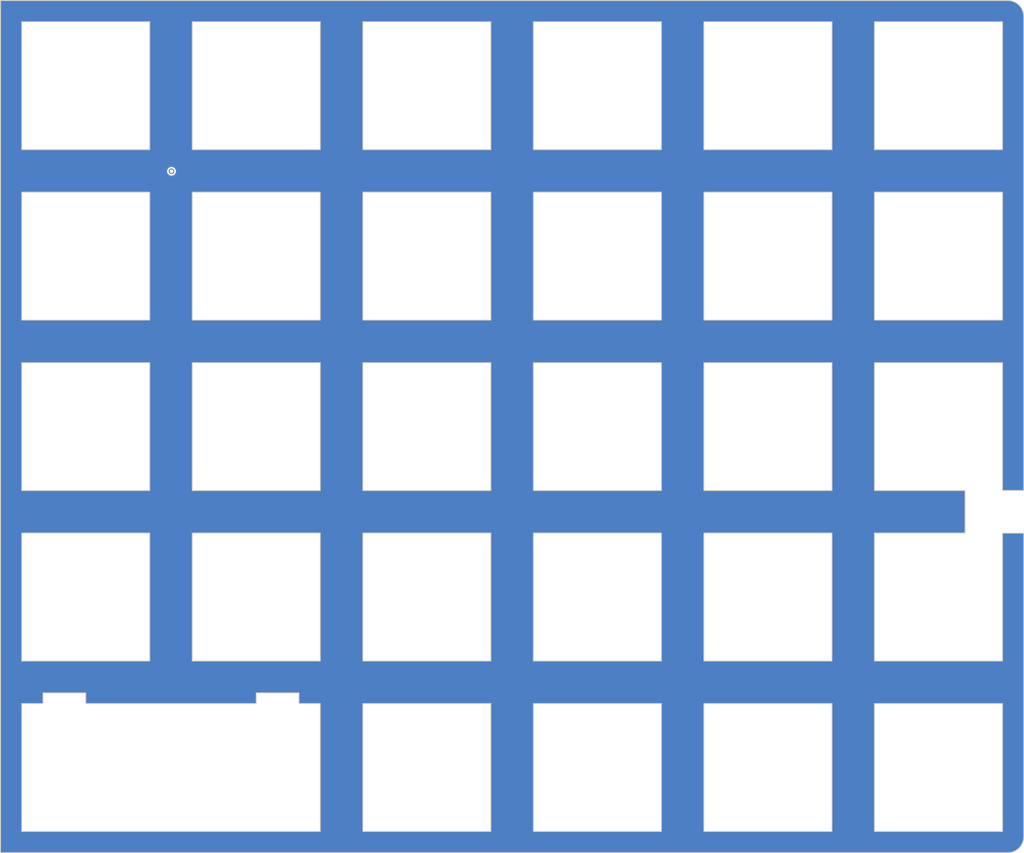
<source format=kicad_pcb>
(kicad_pcb (version 20211014) (generator pcbnew)

  (general
    (thickness 1.6)
  )

  (paper "A4")
  (layers
    (0 "F.Cu" signal)
    (31 "B.Cu" signal)
    (32 "B.Adhes" user "B.Adhesive")
    (33 "F.Adhes" user "F.Adhesive")
    (34 "B.Paste" user)
    (35 "F.Paste" user)
    (36 "B.SilkS" user "B.Silkscreen")
    (37 "F.SilkS" user "F.Silkscreen")
    (38 "B.Mask" user)
    (39 "F.Mask" user)
    (40 "Dwgs.User" user "User.Drawings")
    (41 "Cmts.User" user "User.Comments")
    (42 "Eco1.User" user "User.Eco1")
    (43 "Eco2.User" user "User.Eco2")
    (44 "Edge.Cuts" user)
    (45 "Margin" user)
    (46 "B.CrtYd" user "B.Courtyard")
    (47 "F.CrtYd" user "F.Courtyard")
    (48 "B.Fab" user)
    (49 "F.Fab" user)
  )

  (setup
    (pad_to_mask_clearance 0)
    (pcbplotparams
      (layerselection 0x00010ff_ffffffff)
      (disableapertmacros false)
      (usegerberextensions true)
      (usegerberattributes false)
      (usegerberadvancedattributes false)
      (creategerberjobfile false)
      (svguseinch false)
      (svgprecision 6)
      (excludeedgelayer true)
      (plotframeref false)
      (viasonmask false)
      (mode 1)
      (useauxorigin false)
      (hpglpennumber 1)
      (hpglpenspeed 20)
      (hpglpendiameter 15.000000)
      (dxfpolygonmode true)
      (dxfimperialunits true)
      (dxfusepcbnewfont true)
      (psnegative false)
      (psa4output false)
      (plotreference true)
      (plotvalue true)
      (plotinvisibletext false)
      (sketchpadsonfab false)
      (subtractmaskfromsilk false)
      (outputformat 1)
      (mirror false)
      (drillshape 0)
      (scaleselection 1)
      (outputdirectory "gerbers")
    )
  )

  (net 0 "")

  (gr_line (start 210.145489 104.775088) (end 210.145489 109.537592) (layer "Dwgs.User") (width 0.15) (tstamp b28592db-5729-433e-9559-fc60a1c631c3))
  (gr_line (start 216.693932 109.537592) (end 216.693932 143.470433) (layer "Edge.Cuts") (width 0.1) (tstamp 00000000-0000-0000-0000-00006015d2bb))
  (gr_line (start 104.775 128.5875) (end 107.15634 128.587608) (layer "Edge.Cuts") (width 0.1) (tstamp 00000000-0000-0000-0000-00006015d352))
  (gr_line (start 111.918844 128.587608) (end 130.96886 128.587608) (layer "Edge.Cuts") (width 0.1) (tstamp 00000000-0000-0000-0000-00006015d353))
  (gr_line (start 104.775 66.675) (end 104.775 52.3875) (layer "Edge.Cuts") (width 0.1) (tstamp 00000000-0000-0000-0000-00006016298f))
  (gr_line (start 138.1125 52.3875) (end 123.825 52.3875) (layer "Edge.Cuts") (width 0.1) (tstamp 00000000-0000-0000-0000-000060162990))
  (gr_line (start 157.1625 52.3875) (end 142.875 52.3875) (layer "Edge.Cuts") (width 0.1) (tstamp 00000000-0000-0000-0000-000060162991))
  (gr_line (start 161.925 66.675) (end 161.925 52.3875) (layer "Edge.Cuts") (width 0.1) (tstamp 00000000-0000-0000-0000-000060162992))
  (gr_line (start 180.975 66.675) (end 180.975 52.3875) (layer "Edge.Cuts") (width 0.1) (tstamp 00000000-0000-0000-0000-000060162993))
  (gr_line (start 200.025 66.675) (end 200.025 52.3875) (layer "Edge.Cuts") (width 0.1) (tstamp 00000000-0000-0000-0000-000060162994))
  (gr_line (start 123.825 71.4375) (end 123.825 85.725) (layer "Edge.Cuts") (width 0.1) (tstamp 00000000-0000-0000-0000-00006016299b))
  (gr_line (start 200.025 85.725) (end 200.025 71.4375) (layer "Edge.Cuts") (width 0.1) (tstamp 00000000-0000-0000-0000-00006016299c))
  (gr_line (start 195.2625 71.4375) (end 195.2625 85.725) (layer "Edge.Cuts") (width 0.1) (tstamp 00000000-0000-0000-0000-00006016299d))
  (gr_line (start 214.3125 85.725) (end 200.025 85.725) (layer "Edge.Cuts") (width 0.1) (tstamp 00000000-0000-0000-0000-00006016299e))
  (gr_line (start 214.3125 71.4375) (end 214.3125 85.725) (layer "Edge.Cuts") (width 0.1) (tstamp 00000000-0000-0000-0000-00006016299f))
  (gr_line (start 161.925 85.725) (end 161.925 71.4375) (layer "Edge.Cuts") (width 0.1) (tstamp 00000000-0000-0000-0000-0000601629a0))
  (gr_line (start 104.775 71.4375) (end 119.0625 71.4375) (layer "Edge.Cuts") (width 0.1) (tstamp 00000000-0000-0000-0000-0000601629a1))
  (gr_line (start 119.0625 85.725) (end 104.775 85.725) (layer "Edge.Cuts") (width 0.1) (tstamp 00000000-0000-0000-0000-0000601629a2))
  (gr_line (start 176.2125 85.725) (end 161.925 85.725) (layer "Edge.Cuts") (width 0.1) (tstamp 00000000-0000-0000-0000-0000601629a3))
  (gr_line (start 180.975 85.725) (end 180.975 71.4375) (layer "Edge.Cuts") (width 0.1) (tstamp 00000000-0000-0000-0000-0000601629a4))
  (gr_line (start 161.925 71.4375) (end 176.2125 71.4375) (layer "Edge.Cuts") (width 0.1) (tstamp 00000000-0000-0000-0000-0000601629a5))
  (gr_line (start 195.2625 85.725) (end 180.975 85.725) (layer "Edge.Cuts") (width 0.1) (tstamp 00000000-0000-0000-0000-0000601629a6))
  (gr_line (start 119.0625 71.4375) (end 119.0625 85.725) (layer "Edge.Cuts") (width 0.1) (tstamp 00000000-0000-0000-0000-0000601629a7))
  (gr_line (start 138.1125 71.4375) (end 123.825 71.4375) (layer "Edge.Cuts") (width 0.1) (tstamp 00000000-0000-0000-0000-0000601629a8))
  (gr_line (start 138.1125 85.725) (end 138.1125 71.4375) (layer "Edge.Cuts") (width 0.1) (tstamp 00000000-0000-0000-0000-0000601629a9))
  (gr_line (start 180.975 71.4375) (end 195.2625 71.4375) (layer "Edge.Cuts") (width 0.1) (tstamp 00000000-0000-0000-0000-0000601629aa))
  (gr_line (start 157.1625 71.4375) (end 142.875 71.4375) (layer "Edge.Cuts") (width 0.1) (tstamp 00000000-0000-0000-0000-0000601629ab))
  (gr_line (start 200.025 71.4375) (end 214.3125 71.4375) (layer "Edge.Cuts") (width 0.1) (tstamp 00000000-0000-0000-0000-0000601629ac))
  (gr_line (start 176.2125 71.4375) (end 176.2125 85.725) (layer "Edge.Cuts") (width 0.1) (tstamp 00000000-0000-0000-0000-0000601629ad))
  (gr_line (start 104.775 85.725) (end 104.775 71.4375) (layer "Edge.Cuts") (width 0.1) (tstamp 00000000-0000-0000-0000-0000601629ae))
  (gr_line (start 142.875 85.725) (end 157.1625 85.725) (layer "Edge.Cuts") (width 0.1) (tstamp 00000000-0000-0000-0000-0000601629af))
  (gr_line (start 142.875 71.4375) (end 142.875 85.725) (layer "Edge.Cuts") (width 0.1) (tstamp 00000000-0000-0000-0000-0000601629b0))
  (gr_line (start 157.1625 85.725) (end 157.1625 71.4375) (layer "Edge.Cuts") (width 0.1) (tstamp 00000000-0000-0000-0000-0000601629b1))
  (gr_line (start 123.825 85.725) (end 138.1125 85.725) (layer "Edge.Cuts") (width 0.1) (tstamp 00000000-0000-0000-0000-0000601629b2))
  (gr_line (start 119.0625 90.4875) (end 119.0625 104.775) (layer "Edge.Cuts") (width 0.1) (tstamp 00000000-0000-0000-0000-0000601629cb))
  (gr_line (start 138.1125 90.4875) (end 123.825 90.4875) (layer "Edge.Cuts") (width 0.1) (tstamp 00000000-0000-0000-0000-0000601629cc))
  (gr_line (start 161.925 90.4875) (end 176.2125 90.4875) (layer "Edge.Cuts") (width 0.1) (tstamp 00000000-0000-0000-0000-0000601629cd))
  (gr_line (start 195.2625 104.775) (end 180.975 104.775) (layer "Edge.Cuts") (width 0.1) (tstamp 00000000-0000-0000-0000-0000601629ce))
  (gr_line (start 176.2125 104.775) (end 161.925 104.775) (layer "Edge.Cuts") (width 0.1) (tstamp 00000000-0000-0000-0000-0000601629cf))
  (gr_line (start 180.975 104.775) (end 180.975 90.4875) (layer "Edge.Cuts") (width 0.1) (tstamp 00000000-0000-0000-0000-0000601629d0))
  (gr_line (start 176.2125 90.4875) (end 176.2125 104.775) (layer "Edge.Cuts") (width 0.1) (tstamp 00000000-0000-0000-0000-0000601629d1))
  (gr_line (start 200.025 90.4875) (end 214.3125 90.4875) (layer "Edge.Cuts") (width 0.1) (tstamp 00000000-0000-0000-0000-0000601629d2))
  (gr_line (start 123.825 104.775) (end 138.1125 104.775) (layer "Edge.Cuts") (width 0.1) (tstamp 00000000-0000-0000-0000-0000601629d3))
  (gr_line (start 104.775 104.775) (end 104.775 90.4875) (layer "Edge.Cuts") (width 0.1) (tstamp 00000000-0000-0000-0000-0000601629d4))
  (gr_line (start 195.2625 90.4875) (end 195.2625 104.775) (layer "Edge.Cuts") (width 0.1) (tstamp 00000000-0000-0000-0000-0000601629d5))
  (gr_line (start 200.025 104.775) (end 200.025 90.4875) (layer "Edge.Cuts") (width 0.1) (tstamp 00000000-0000-0000-0000-0000601629d6))
  (gr_line (start 142.875 104.775) (end 157.1625 104.775) (layer "Edge.Cuts") (width 0.1) (tstamp 00000000-0000-0000-0000-0000601629d7))
  (gr_line (start 138.1125 104.775) (end 138.1125 90.4875) (layer "Edge.Cuts") (width 0.1) (tstamp 00000000-0000-0000-0000-0000601629d8))
  (gr_line (start 210.145489 104.775088) (end 200.025 104.775088) (layer "Edge.Cuts") (width 0.1) (tstamp 00000000-0000-0000-0000-0000601629d9))
  (gr_line (start 157.1625 104.775) (end 157.1625 90.4875) (layer "Edge.Cuts") (width 0.1) (tstamp 00000000-0000-0000-0000-0000601629da))
  (gr_line (start 142.875 90.4875) (end 142.875 104.775) (layer "Edge.Cuts") (width 0.1) (tstamp 00000000-0000-0000-0000-0000601629db))
  (gr_line (start 157.1625 90.4875) (end 142.875 90.4875) (layer "Edge.Cuts") (width 0.1) (tstamp 00000000-0000-0000-0000-0000601629dc))
  (gr_line (start 123.825 90.4875) (end 123.825 104.775) (layer "Edge.Cuts") (width 0.1) (tstamp 00000000-0000-0000-0000-0000601629dd))
  (gr_line (start 180.975 90.4875) (end 195.2625 90.4875) (layer "Edge.Cuts") (width 0.1) (tstamp 00000000-0000-0000-0000-0000601629de))
  (gr_line (start 214.3125 90.4875) (end 214.31268 104.775088) (layer "Edge.Cuts") (width 0.1) (tstamp 00000000-0000-0000-0000-0000601629df))
  (gr_line (start 104.775 90.4875) (end 119.0625 90.4875) (layer "Edge.Cuts") (width 0.1) (tstamp 00000000-0000-0000-0000-0000601629e0))
  (gr_line (start 161.925 104.775) (end 161.925 90.4875) (layer "Edge.Cuts") (width 0.1) (tstamp 00000000-0000-0000-0000-0000601629e1))
  (gr_line (start 119.0625 104.775) (end 104.775 104.775) (layer "Edge.Cuts") (width 0.1) (tstamp 00000000-0000-0000-0000-0000601629e2))
  (gr_line (start 200.025 123.825) (end 200.025 109.5375) (layer "Edge.Cuts") (width 0.1) (tstamp 00000000-0000-0000-0000-0000601629fb))
  (gr_line (start 138.1125 109.5375) (end 123.825 109.5375) (layer "Edge.Cuts") (width 0.1) (tstamp 00000000-0000-0000-0000-0000601629fc))
  (gr_line (start 195.2625 123.825) (end 180.975 123.825) (layer "Edge.Cuts") (width 0.1) (tstamp 00000000-0000-0000-0000-0000601629fd))
  (gr_line (start 180.975 109.5375) (end 195.2625 109.5375) (layer "Edge.Cuts") (width 0.1) (tstamp 00000000-0000-0000-0000-0000601629fe))
  (gr_line (start 161.925 109.5375) (end 176.2125 109.5375) (layer "Edge.Cuts") (width 0.1) (tstamp 00000000-0000-0000-0000-0000601629ff))
  (gr_line (start 123.825 109.5375) (end 123.825 123.825) (layer "Edge.Cuts") (width 0.1) (tstamp 00000000-0000-0000-0000-000060162a00))
  (gr_line (start 142.875 109.5375) (end 142.875 123.825) (layer "Edge.Cuts") (width 0.1) (tstamp 00000000-0000-0000-0000-000060162a01))
  (gr_line (start 176.2125 109.5375) (end 176.2125 123.825) (layer "Edge.Cuts") (width 0.1) (tstamp 00000000-0000-0000-0000-000060162a02))
  (gr_line (start 119.0625 109.5375) (end 119.0625 123.825) (layer "Edge.Cuts") (width 0.1) (tstamp 00000000-0000-0000-0000-000060162a03))
  (gr_line (start 176.2125 123.825) (end 161.925 123.825) (layer "Edge.Cuts") (width 0.1) (tstamp 00000000-0000-0000-0000-000060162a04))
  (gr_line (start 142.875 123.825) (end 157.1625 123.825) (layer "Edge.Cuts") (width 0.1) (tstamp 00000000-0000-0000-0000-000060162a05))
  (gr_line (start 161.925 123.825) (end 161.925 109.5375) (layer "Edge.Cuts") (width 0.1) (tstamp 00000000-0000-0000-0000-000060162a06))
  (gr_line (start 180.975 123.825) (end 180.975 109.5375) (layer "Edge.Cuts") (width 0.1) (tstamp 00000000-0000-0000-0000-000060162a07))
  (gr_line (start 214.31268 109.537592) (end 214.3125 123.825) (layer "Edge.Cuts") (width 0.1) (tstamp 00000000-0000-0000-0000-000060162a08))
  (gr_line (start 138.1125 123.825) (end 138.1125 109.5375) (layer "Edge.Cuts") (width 0.1) (tstamp 00000000-0000-0000-0000-000060162a09))
  (gr_line (start 214.3125 123.825) (end 200.025 123.825) (layer "Edge.Cuts") (width 0.1) (tstamp 00000000-0000-0000-0000-000060162a0a))
  (gr_line (start 123.825 123.825) (end 138.1125 123.825) (layer "Edge.Cuts") (width 0.1) (tstamp 00000000-0000-0000-0000-000060162a0b))
  (gr_line (start 157.1625 109.5375) (end 142.875 109.5375) (layer "Edge.Cuts") (width 0.1) (tstamp 00000000-0000-0000-0000-000060162a0c))
  (gr_line (start 157.1625 123.825) (end 157.1625 109.5375) (layer "Edge.Cuts") (width 0.1) (tstamp 00000000-0000-0000-0000-000060162a0d))
  (gr_line (start 104.775 109.5375) (end 119.0625 109.5375) (layer "Edge.Cuts") (width 0.1) (tstamp 00000000-0000-0000-0000-000060162a0e))
  (gr_line (start 119.0625 123.825) (end 104.775 123.825) (layer "Edge.Cuts") (width 0.1) (tstamp 00000000-0000-0000-0000-000060162a0f))
  (gr_line (start 195.2625 109.5375) (end 195.2625 123.825) (layer "Edge.Cuts") (width 0.1) (tstamp 00000000-0000-0000-0000-000060162a10))
  (gr_line (start 104.775 123.825) (end 104.775 109.5375) (layer "Edge.Cuts") (width 0.1) (tstamp 00000000-0000-0000-0000-000060162a11))
  (gr_line (start 200.025 109.5375) (end 210.145489 109.5375) (layer "Edge.Cuts") (width 0.1) (tstamp 00000000-0000-0000-0000-000060162a12))
  (gr_line (start 142.875 142.875) (end 157.1625 142.875) (layer "Edge.Cuts") (width 0.1) (tstamp 00000000-0000-0000-0000-000060162a2b))
  (gr_line (start 176.2125 128.5875) (end 176.2125 142.875) (layer "Edge.Cuts") (width 0.1) (tstamp 00000000-0000-0000-0000-000060162a2c))
  (gr_line (start 176.2125 142.875) (end 161.925 142.875) (layer "Edge.Cuts") (width 0.1) (tstamp 00000000-0000-0000-0000-000060162a2d))
  (gr_line (start 157.1625 128.5875) (end 142.875 128.5875) (layer "Edge.Cuts") (width 0.1) (tstamp 00000000-0000-0000-0000-000060162a2f))
  (gr_line (start 195.2625 142.875) (end 180.975 142.875) (layer "Edge.Cuts") (width 0.1) (tstamp 00000000-0000-0000-0000-000060162a30))
  (gr_line (start 214.3125 142.875) (end 200.025 142.875) (layer "Edge.Cuts") (width 0.1) (tstamp 00000000-0000-0000-0000-000060162a32))
  (gr_line (start 161.925 142.875) (end 161.925 128.5875) (layer "Edge.Cuts") (width 0.1) (tstamp 00000000-0000-0000-0000-000060162a33))
  (gr_line (start 180.975 142.875) (end 180.975 128.5875) (layer "Edge.Cuts") (width 0.1) (tstamp 00000000-0000-0000-0000-000060162a34))
  (gr_line (start 214.3125 128.5875) (end 214.3125 142.875) (layer "Edge.Cuts") (width 0.1) (tstamp 00000000-0000-0000-0000-000060162a35))
  (gr_line (start 138.1125 142.875) (end 138.112616 128.587608) (layer "Edge.Cuts") (width 0.1) (tstamp 00000000-0000-0000-0000-000060162a36))
  (gr_line (start 195.2625 128.5875) (end 195.2625 142.875) (layer "Edge.Cuts") (width 0.1) (tstamp 00000000-0000-0000-0000-000060162a37))
  (gr_line (start 200.025 142.875) (end 200.025 128.5875) (layer "Edge.Cuts") (width 0.1) (tstamp 00000000-0000-0000-0000-000060162a38))
  (gr_line (start 104.775 142.875) (end 104.775 128.5875) (layer "Edge.Cuts") (width 0.1) (tstamp 00000000-0000-0000-0000-000060162a39))
  (gr_line (start 157.1625 142.875) (end 157.1625 128.5875) (layer "Edge.Cuts") (width 0.1) (tstamp 00000000-0000-0000-0000-000060162a3c))
  (gr_line (start 180.975 128.5875) (end 195.2625 128.5875) (layer "Edge.Cuts") (width 0.1) (tstamp 00000000-0000-0000-0000-000060162a3e))
  (gr_line (start 161.925 128.5875) (end 176.2125 128.5875) (layer "Edge.Cuts") (width 0.1) (tstamp 00000000-0000-0000-0000-000060162a3f))
  (gr_line (start 142.875 128.5875) (end 142.875 142.875) (layer "Edge.Cuts") (width 0.1) (tstamp 00000000-0000-0000-0000-000060162a40))
  (gr_line (start 200.025 128.5875) (end 214.3125 128.5875) (layer "Edge.Cuts") (width 0.1) (tstamp 00000000-0000-0000-0000-000060162a42))
  (gr_line (start 138.1125 142.875) (end 104.775 142.875) (layer "Edge.Cuts") (width 0.1) (tstamp 00000000-0000-0000-0000-000060162a7e))
  (gr_line (start 102.393836 145.256372) (end 214.907993 145.256372) (layer "Edge.Cuts") (width 0.1) (tstamp 00000000-0000-0000-0000-000060166b9a))
  (gr_line (start 210.145489 104.775088) (end 210.145489 109.5375) (layer "Edge.Cuts") (width 0.1) (tstamp 00000000-0000-0000-0000-000060512740))
  (gr_line (start 104.775 52.3875) (end 119.0625 52.3875) (layer "Edge.Cuts") (width 0.1) (tstamp 02d9f0df-2ebc-4820-b68a-0cecd05344cc))
  (gr_line (start 107.15634 127.396982) (end 107.15634 128.587608) (layer "Edge.Cuts") (width 0.1) (tstamp 08966f03-ec62-4fb9-b7f6-dfa8b19fb4cc))
  (gr_line (start 214.3125 66.675) (end 200.025 66.675) (layer "Edge.Cuts") (width 0.1) (tstamp 0d274250-a929-4153-b85a-a66ae7ef86b9))
  (gr_line (start 180.975 52.3875) (end 195.2625 52.3875) (layer "Edge.Cuts") (width 0.1) (tstamp 16989f32-c68c-4f0a-be4f-b8a440833f62))
  (gr_line (start 195.2625 66.675) (end 180.975 66.675) (layer "Edge.Cuts") (width 0.1) (tstamp 22590282-ba42-48ae-9d74-c78f52b72e80))
  (gr_line (start 214.3125 52.3875) (end 214.3125 66.675) (layer "Edge.Cuts") (width 0.1) (tstamp 233aeb4e-6eba-4c5f-9421-901d4bc23b73))
  (gr_line (start 214.31268 104.775088) (end 216.693932 104.775088) (layer "Edge.Cuts") (width 0.1) (tstamp 2abe7583-a99d-4320-b3dd-9b5ad40e8d14))
  (gr_line (start 135.731364 128.587608) (end 138.112616 128.587608) (layer "Edge.Cuts") (width 0.1) (tstamp 32308799-64e5-4335-95c8-add2d5c20483))
  (gr_line (start 102.393836 50.006292) (end 102.393836 145.256372) (layer "Edge.Cuts") (width 0.1) (tstamp 371a86a7-cf59-4d3b-9a91-06ceaecfac30))
  (gr_line (start 111.918844 127.396982) (end 107.15634 127.396982) (layer "Edge.Cuts") (width 0.1) (tstamp 376a62a1-f0f5-44fe-a60b-952c1f6d3ee0))
  (gr_line (start 161.925 52.3875) (end 176.2125 52.3875) (layer "Edge.Cuts") (width 0.1) (tstamp 460786c0-a9a4-464f-806c-826d31a88e2e))
  (gr_line (start 157.1625 66.675) (end 157.1625 52.3875) (layer "Edge.Cuts") (width 0.1) (tstamp 4650d758-c071-4d4e-9ba4-9e65d487140a))
  (gr_line (start 214.907993 50.006292) (end 102.393836 50.006292) (layer "Edge.Cuts") (width 0.1) (tstamp 4b625da3-74a6-4804-8dac-aa5f80536c79))
  (gr_line (start 123.825 66.675) (end 138.1125 66.675) (layer "Edge.Cuts") (width 0.1) (tstamp 58414cab-9444-494e-ba44-f8473075cb36))
  (gr_line (start 130.96886 127.396982) (end 130.96886 128.587608) (layer "Edge.Cuts") (width 0.1) (tstamp 58443db4-875d-4a78-9c15-53ac479a1926))
  (gr_line (start 195.2625 52.3875) (end 195.2625 66.675) (layer "Edge.Cuts") (width 0.1) (tstamp 604aeacc-758b-48d2-971b-4828570c7209))
  (gr_line (start 138.1125 66.675) (end 138.1125 52.3875) (layer "Edge.Cuts") (width 0.1) (tstamp 67764ab0-fb2f-4391-8890-66358f0176fc))
  (gr_line (start 135.731364 128.587608) (end 135.731364 127.396982) (layer "Edge.Cuts") (width 0.1) (tstamp 6a7cd9cb-8b79-44e2-afe4-f388b4fb8caf))
  (gr_line (start 214.31268 109.537592) (end 216.693932 109.537592) (layer "Edge.Cuts") (width 0.1) (tstamp 7b2493f1-ed41-46d9-b096-89333c0c82de))
  (gr_line (start 119.0625 66.675) (end 104.775 66.675) (layer "Edge.Cuts") (width 0.1) (tstamp 823855bf-5415-4cf0-9588-17dddd8acb89))
  (gr_line (start 123.825 52.3875) (end 123.825 66.675) (layer "Edge.Cuts") (width 0.1) (tstamp 8c67700b-9995-44f5-96fd-fdb8736067e6))
  (gr_line (start 135.731364 127.396982) (end 130.96886 127.396982) (layer "Edge.Cuts") (width 0.1) (tstamp 8e991d37-7cbd-4440-bd08-d2dca6f83bef))
  (gr_arc (start 214.907993 50.006292) (mid 216.170843 50.529381) (end 216.693932 51.792231) (layer "Edge.Cuts") (width 0.1) (tstamp 99f54325-e711-4e0c-9974-0f47c673f35b))
  (gr_line (start 176.2125 52.3875) (end 176.2125 66.675) (layer "Edge.Cuts") (width 0.1) (tstamp bbcc5fe4-7b4c-4110-b53c-958a2e320961))
  (gr_line (start 142.875 52.3875) (end 142.875 66.675) (layer "Edge.Cuts") (width 0.1) (tstamp bcbf9935-67ad-4241-93e6-d6b8b62ca0d1))
  (gr_arc (start 216.693932 143.470433) (mid 216.170843 144.733283) (end 214.907993 145.256372) (layer "Edge.Cuts") (width 0.1) (tstamp bea7e762-8e02-4308-8632-b5aae464fbe4))
  (gr_line (start 200.025 52.3875) (end 214.3125 52.3875) (layer "Edge.Cuts") (width 0.1) (tstamp d20c9e30-a7be-45db-88f3-e484cd60a3e5))
  (gr_line (start 142.875 66.675) (end 157.1625 66.675) (layer "Edge.Cuts") (width 0.1) (tstamp d7049cbb-4678-4e0b-98ae-18e7be6d6433))
  (gr_line (start 119.0625 52.3875) (end 119.0625 66.675) (layer "Edge.Cuts") (width 0.1) (tstamp d77cb6a7-af12-4513-9520-a5e9caa234a6))
  (gr_line (start 216.693932 51.792231) (end 216.693932 104.775088) (layer "Edge.Cuts") (width 0.1) (tstamp d8e45c45-708e-4fad-95b6-dc119d40d561))
  (gr_line (start 176.2125 66.675) (end 161.925 66.675) (layer "Edge.Cuts") (width 0.1) (tstamp e3e291f5-cdc9-43ab-bcf5-fbabe75b3d29))
  (gr_line (start 111.918844 128.587608) (end 111.918844 127.396982) (layer "Edge.Cuts") (width 0.1) (tstamp fdd421f2-108b-43d9-a3b0-56d291a2052b))

  (via (at 121.5 69.1) (size 0.6) (drill 0.4) (layers "F.Cu" "B.Cu") (net 0) (tstamp ebdf00c5-64e3-4f7f-93d2-615f559dd95b))

  (zone (net 0) (net_name "") (layer "F.Cu") (tstamp 00000000-0000-0000-0000-00006120ab36) (hatch edge 0.508)
    (connect_pads yes (clearance 0))
    (min_thickness 0.0254) (filled_areas_thickness no)
    (fill yes (thermal_gap 0) (thermal_bridge_width 0.0254))
    (polygon
      (pts
        (xy 216.693932 145.256372)
        (xy 102.393836 145.256372)
        (xy 102.393836 50.006292)
        (xy 216.693932 50.006292)
      )
    )
    (filled_polygon
      (layer "F.Cu")
      (island)
      (pts
        (xy 214.900197 50.057183)
        (xy 214.907993 50.060412)
        (xy 214.910142 50.059522)
        (xy 214.910144 50.059522)
        (xy 214.913921 50.057957)
        (xy 214.919233 50.057096)
        (xy 215.154206 50.073901)
        (xy 215.155857 50.074138)
        (xy 215.39625 50.126433)
        (xy 215.397853 50.126904)
        (xy 215.628346 50.212873)
        (xy 215.629861 50.213565)
        (xy 215.845779 50.331465)
        (xy 215.847184 50.332368)
        (xy 216.044124 50.479796)
        (xy 216.045385 50.480889)
        (xy 216.219335 50.654839)
        (xy 216.220428 50.6561)
        (xy 216.367856 50.85304)
        (xy 216.368759 50.854445)
        (xy 216.486659 51.070363)
        (xy 216.487352 51.071881)
        (xy 216.57332 51.302372)
        (xy 216.573791 51.303974)
        (xy 216.626086 51.544367)
        (xy 216.626323 51.546019)
        (xy 216.643128 51.78099)
        (xy 216.642267 51.786303)
        (xy 216.640702 51.79008)
        (xy 216.640702 51.790082)
        (xy 216.639812 51.792231)
        (xy 216.640703 51.794382)
        (xy 216.643041 51.800027)
        (xy 216.643932 51.804504)
        (xy 216.643932 104.713388)
        (xy 216.640505 104.721661)
        (xy 216.632232 104.725088)
        (xy 214.374379 104.725088)
        (xy 214.366106 104.721661)
        (xy 214.362679 104.713388)
        (xy 214.36253 92.857732)
        (xy 214.3625 90.499773)
        (xy 214.363391 90.495295)
        (xy 214.365729 90.489651)
        (xy 214.36662 90.4875)
        (xy 214.350769 90.449231)
        (xy 214.348618 90.44834)
        (xy 214.32245 90.437501)
        (xy 214.322449 90.437501)
        (xy 214.322447 90.4375)
        (xy 214.322446 90.4375)
        (xy 214.312499 90.43338)
        (xy 214.310348 90.434271)
        (xy 214.304703 90.436609)
        (xy 214.300226 90.4375)
        (xy 200.037273 90.4375)
        (xy 200.032796 90.436609)
        (xy 200.027151 90.434271)
        (xy 200.025 90.43338)
        (xy 200.015053 90.4375)
        (xy 199.986731 90.449231)
        (xy 199.97088 90.4875)
        (xy 199.971771 90.489651)
        (xy 199.974109 90.495296)
        (xy 199.975 90.499773)
        (xy 199.975 104.762815)
        (xy 199.974109 104.767292)
        (xy 199.97088 104.775088)
        (xy 199.986731 104.813357)
        (xy 200.015053 104.825088)
        (xy 200.015197 104.825088)
        (xy 200.015458 104.825167)
        (xy 200.025 104.82912)
        (xy 200.027151 104.828229)
        (xy 200.032583 104.825979)
        (xy 200.03706 104.825088)
        (xy 210.083789 104.825088)
        (xy 210.092062 104.828515)
        (xy 210.095489 104.836788)
        (xy 210.095489 109.4758)
        (xy 210.092062 109.484073)
        (xy 210.083789 109.4875)
        (xy 200.037273 109.4875)
        (xy 200.032796 109.486609)
        (xy 200.027151 109.484271)
        (xy 200.025 109.48338)
        (xy 200.015053 109.4875)
        (xy 199.986731 109.499231)
        (xy 199.97088 109.5375)
        (xy 199.971771 109.539651)
        (xy 199.974109 109.545296)
        (xy 199.975 109.549773)
        (xy 199.975 123.812727)
        (xy 199.974109 123.817204)
        (xy 199.97088 123.825)
        (xy 199.975 123.834946)
        (xy 199.975 123.834947)
        (xy 199.986731 123.863269)
        (xy 200.025 123.87912)
        (xy 200.027151 123.878229)
        (xy 200.032796 123.875891)
        (xy 200.037273 123.875)
        (xy 214.300226 123.875)
        (xy 214.304703 123.875891)
        (xy 214.312499 123.87912)
        (xy 214.322446 123.875)
        (xy 214.322447 123.875)
        (xy 214.322449 123.874999)
        (xy 214.32245 123.874999)
        (xy 214.348618 123.86416)
        (xy 214.350769 123.863269)
        (xy 214.36662 123.825)
        (xy 214.363391 123.817204)
        (xy 214.3625 123.812727)
        (xy 214.362501 123.775)
        (xy 214.362679 109.599292)
        (xy 214.366106 109.591019)
        (xy 214.374379 109.587592)
        (xy 216.632232 109.587592)
        (xy 216.640505 109.591019)
        (xy 216.643932 109.599292)
        (xy 216.643932 143.45816)
        (xy 216.643041 143.462637)
        (xy 216.639812 143.470433)
        (xy 216.640702 143.472582)
        (xy 216.640702 143.472584)
        (xy 216.642267 143.476361)
        (xy 216.643128 143.481674)
        (xy 216.626323 143.716645)
        (xy 216.626086 143.718297)
        (xy 216.573791 143.95869)
        (xy 216.57332 143.960292)
        (xy 216.487352 144.190783)
        (xy 216.486659 144.192301)
        (xy 216.368759 144.408219)
        (xy 216.367856 144.409624)
        (xy 216.220428 144.606564)
        (xy 216.219335 144.607825)
        (xy 216.045385 144.781775)
        (xy 216.044124 144.782868)
        (xy 215.847184 144.930296)
        (xy 215.845779 144.931199)
        (xy 215.629861 145.049099)
        (xy 215.628346 145.049791)
        (xy 215.590748 145.063814)
        (xy 215.397852 145.13576)
        (xy 215.39625 145.136231)
        (xy 215.155857 145.188526)
        (xy 215.154206 145.188763)
        (xy 214.919233 145.205568)
        (xy 214.913921 145.204707)
        (xy 214.910144 145.203142)
        (xy 214.910142 145.203142)
        (xy 214.907993 145.202252)
        (xy 214.905842 145.203143)
        (xy 214.900197 145.205481)
        (xy 214.89572 145.206372)
        (xy 102.455536 145.206372)
        (xy 102.447263 145.202945)
        (xy 102.443836 145.194672)
        (xy 102.443836 142.875)
        (xy 104.72088 142.875)
        (xy 104.725 142.884947)
        (xy 104.736731 142.913269)
        (xy 104.775 142.92912)
        (xy 104.777151 142.928229)
        (xy 104.782796 142.925891)
        (xy 104.787273 142.925)
        (xy 138.100227 142.925)
        (xy 138.104704 142.925891)
        (xy 138.1125 142.92912)
        (xy 138.114651 142.928229)
        (xy 138.148618 142.91416)
        (xy 138.150769 142.913269)
        (xy 138.1625 142.884947)
        (xy 138.16662 142.875)
        (xy 142.82088 142.875)
        (xy 142.825 142.884947)
        (xy 142.836731 142.913269)
        (xy 142.875 142.92912)
        (xy 142.877151 142.928229)
        (xy 142.882796 142.925891)
        (xy 142.887273 142.925)
        (xy 157.150227 142.925)
        (xy 157.154704 142.925891)
        (xy 157.1625 142.92912)
        (xy 157.164651 142.928229)
        (xy 157.198618 142.91416)
        (xy 157.200769 142.913269)
        (xy 157.2125 142.884947)
        (xy 157.21662 142.875)
        (xy 161.87088 142.875)
        (xy 161.875 142.884947)
        (xy 161.886731 142.913269)
        (xy 161.925 142.92912)
        (xy 161.927151 142.928229)
        (xy 161.932796 142.925891)
        (xy 161.937273 142.925)
        (xy 176.200227 142.925)
        (xy 176.204704 142.925891)
        (xy 176.2125 142.92912)
        (xy 176.214651 142.928229)
        (xy 176.248618 142.91416)
        (xy 176.250769 142.913269)
        (xy 176.2625 142.884947)
        (xy 176.26662 142.875)
        (xy 180.92088 142.875)
        (xy 180.925 142.884947)
        (xy 180.936731 142.913269)
        (xy 180.975 142.92912)
        (xy 180.977151 142.928229)
        (xy 180.982796 142.925891)
        (xy 180.987273 142.925)
        (xy 195.250227 142.925)
        (xy 195.254704 142.925891)
        (xy 195.2625 142.92912)
        (xy 195.264651 142.928229)
        (xy 195.298618 142.91416)
        (xy 195.300769 142.913269)
        (xy 195.3125 142.884947)
        (xy 195.31662 142.875)
        (xy 199.97088 142.875)
        (xy 199.975 142.884947)
        (xy 199.986731 142.913269)
        (xy 200.025 142.92912)
        (xy 200.027151 142.928229)
        (xy 200.032796 142.925891)
        (xy 200.037273 142.925)
        (xy 214.300227 142.925)
        (xy 214.304704 142.925891)
        (xy 214.3125 142.92912)
        (xy 214.314651 142.928229)
        (xy 214.348618 142.91416)
        (xy 214.350769 142.913269)
        (xy 214.3625 142.884947)
        (xy 214.36662 142.875)
        (xy 214.363391 142.867204)
        (xy 214.3625 142.862727)
        (xy 214.3625 128.599773)
        (xy 214.363391 128.595296)
        (xy 214.365729 128.589651)
        (xy 214.36662 128.5875)
        (xy 214.350769 128.549231)
        (xy 214.322447 128.5375)
        (xy 214.3125 128.53338)
        (xy 214.310349 128.534271)
        (xy 214.304704 128.536609)
        (xy 214.300227 128.5375)
        (xy 200.037273 128.5375)
        (xy 200.032796 128.536609)
        (xy 200.027151 128.534271)
        (xy 200.025 128.53338)
        (xy 200.015053 128.5375)
        (xy 199.986731 128.549231)
        (xy 199.97088 128.5875)
        (xy 199.971771 128.589651)
        (xy 199.974109 128.595296)
        (xy 199.975 128.599773)
        (xy 199.975 142.862727)
        (xy 199.974109 142.867204)
        (xy 199.97088 142.875)
        (xy 195.31662 142.875)
        (xy 195.313391 142.867204)
        (xy 195.3125 142.862727)
        (xy 195.3125 128.599773)
        (xy 195.313391 128.595296)
        (xy 195.315729 128.589651)
        (xy 195.31662 128.5875)
        (xy 195.300769 128.549231)
        (xy 195.272447 128.5375)
        (xy 195.2625 128.53338)
        (xy 195.260349 128.534271)
        (xy 195.254704 128.536609)
        (xy 195.250227 128.5375)
        (xy 180.987273 128.5375)
        (xy 180.982796 128.536609)
        (xy 180.977151 128.534271)
        (xy 180.975 128.53338)
        (xy 180.965053 128.5375)
        (xy 180.936731 128.549231)
        (xy 180.92088 128.5875)
        (xy 180.921771 128.589651)
        (xy 180.924109 128.595296)
        (xy 180.925 128.599773)
        (xy 180.925 142.862727)
        (xy 180.924109 142.867204)
        (xy 180.92088 142.875)
        (xy 176.26662 142.875)
        (xy 176.263391 142.867204)
        (xy 176.2625 142.862727)
        (xy 176.2625 128.599773)
        (xy 176.263391 128.595296)
        (xy 176.265729 128.589651)
        (xy 176.26662 128.5875)
        (xy 176.250769 128.549231)
        (xy 176.222447 128.5375)
        (xy 176.2125 128.53338)
        (xy 176.210349 128.534271)
        (xy 176.204704 128.536609)
        (xy 176.200227 128.5375)
        (xy 161.937273 128.5375)
        (xy 161.932796 128.536609)
        (xy 161.927151 128.534271)
        (xy 161.925 128.53338)
        (xy 161.915053 128.5375)
        (xy 161.886731 128.549231)
        (xy 161.87088 128.5875)
        (xy 161.871771 128.589651)
        (xy 161.874109 128.595296)
        (xy 161.875 128.599773)
        (xy 161.875 142.862727)
        (xy 161.874109 142.867204)
        (xy 161.87088 142.875)
        (xy 157.21662 142.875)
        (xy 157.213391 142.867204)
        (xy 157.2125 142.862727)
        (xy 157.2125 128.599773)
        (xy 157.213391 128.595296)
        (xy 157.215729 128.589651)
        (xy 157.21662 128.5875)
        (xy 157.200769 128.549231)
        (xy 157.172447 128.5375)
        (xy 157.1625 128.53338)
        (xy 157.160349 128.534271)
        (xy 157.154704 128.536609)
        (xy 157.150227 128.5375)
        (xy 142.887273 128.5375)
        (xy 142.882796 128.536609)
        (xy 142.877151 128.534271)
        (xy 142.875 128.53338)
        (xy 142.865053 128.5375)
        (xy 142.836731 128.549231)
        (xy 142.82088 128.5875)
        (xy 142.821771 128.589651)
        (xy 142.824109 128.595296)
        (xy 142.825 128.599773)
        (xy 142.825 142.862727)
        (xy 142.824109 142.867204)
        (xy 142.82088 142.875)
        (xy 138.16662 142.875)
        (xy 138.163391 142.867204)
        (xy 138.1625 142.862727)
        (xy 138.162616 128.599881)
        (xy 138.163507 128.595404)
        (xy 138.165845 128.589759)
        (xy 138.166736 128.587608)
        (xy 138.150885 128.549339)
        (xy 138.122563 128.537608)
        (xy 138.112616 128.533488)
        (xy 138.110465 128.534379)
        (xy 138.10482 128.536717)
        (xy 138.100343 128.537608)
        (xy 135.793064 128.537608)
        (xy 135.784791 128.534181)
        (xy 135.781364 128.525908)
        (xy 135.781364 127.409255)
        (xy 135.782255 127.404778)
        (xy 135.784593 127.399133)
        (xy 135.785484 127.396982)
        (xy 135.769633 127.358713)
        (xy 135.741311 127.346982)
        (xy 135.731364 127.342862)
        (xy 135.729213 127.343753)
        (xy 135.723568 127.346091)
        (xy 135.719091 127.346982)
        (xy 130.981133 127.346982)
        (xy 130.976656 127.346091)
        (xy 130.971011 127.343753)
        (xy 130.96886 127.342862)
        (xy 130.958913 127.346982)
        (xy 130.930591 127.358713)
        (xy 130.91474 127.396982)
        (xy 130.915631 127.399133)
        (xy 130.917969 127.404778)
        (xy 130.91886 127.409255)
        (xy 130.91886 128.525908)
        (xy 130.915433 128.534181)
        (xy 130.90716 128.537608)
        (xy 111.980544 128.537608)
        (xy 111.972271 128.534181)
        (xy 111.968844 128.525908)
        (xy 111.968844 127.409255)
        (xy 111.969735 127.404778)
        (xy 111.972073 127.399133)
        (xy 111.972964 127.396982)
        (xy 111.957113 127.358713)
        (xy 111.928791 127.346982)
        (xy 111.918844 127.342862)
        (xy 111.916693 127.343753)
        (xy 111.911048 127.346091)
        (xy 111.906571 127.346982)
        (xy 107.168613 127.346982)
        (xy 107.164136 127.346091)
        (xy 107.158491 127.343753)
        (xy 107.15634 127.342862)
        (xy 107.146393 127.346982)
        (xy 107.118071 127.358713)
        (xy 107.10222 127.396982)
        (xy 107.103111 127.399133)
        (xy 107.105449 127.404778)
        (xy 107.10634 127.409255)
        (xy 107.10634 128.525904)
        (xy 107.102913 128.534177)
        (xy 107.094639 128.537604)
        (xy 104.787274 128.537501)
        (xy 104.782798 128.53661)
        (xy 104.777151 128.534271)
        (xy 104.775 128.53338)
        (xy 104.753682 128.54221)
        (xy 104.73888 128.54834)
        (xy 104.736733 128.549229)
        (xy 104.736731 128.549231)
        (xy 104.727173 128.572306)
        (xy 104.72088 128.587498)
        (xy 104.72177 128.589647)
        (xy 104.72177 128.589648)
        (xy 104.72411 128.595297)
        (xy 104.725 128.599774)
        (xy 104.725 142.862727)
        (xy 104.724109 142.867204)
        (xy 104.72088 142.875)
        (xy 102.443836 142.875)
        (xy 102.443836 123.825)
        (xy 104.72088 123.825)
        (xy 104.725 123.834946)
        (xy 104.725 123.834947)
        (xy 104.736731 123.863269)
        (xy 104.775 123.87912)
        (xy 104.777151 123.878229)
        (xy 104.782796 123.875891)
        (xy 104.787273 123.875)
        (xy 119.050227 123.875)
        (xy 119.054704 123.875891)
        (xy 119.0625 123.87912)
        (xy 119.064651 123.878229)
        (xy 119.098618 123.86416)
        (xy 119.100769 123.863269)
        (xy 119.1125 123.834947)
        (xy 119.1125 123.834946)
        (xy 119.11662 123.825)
        (xy 123.77088 123.825)
        (xy 123.775 123.834946)
        (xy 123.775 123.834947)
        (xy 123.786731 123.863269)
        (xy 123.825 123.87912)
        (xy 123.827151 123.878229)
        (xy 123.832796 123.875891)
        (xy 123.837273 123.875)
        (xy 138.100227 123.875)
        (xy 138.104704 123.875891)
        (xy 138.1125 123.87912)
        (xy 138.114651 123.878229)
        (xy 138.148618 123.86416)
        (xy 138.150769 123.863269)
        (xy 138.1625 123.834947)
        (xy 138.1625 123.834946)
        (xy 138.16662 123.825)
        (xy 142.82088 123.825)
        (xy 142.825 123.834946)
        (xy 142.825 123.834947)
        (xy 142.836731 123.863269)
        (xy 142.875 123.87912)
        (xy 142.877151 123.878229)
        (xy 142.882796 123.875891)
        (xy 142.887273 123.875)
        (xy 157.150227 123.875)
        (xy 157.154704 123.875891)
        (xy 157.1625 123.87912)
        (xy 157.164651 123.878229)
        (xy 157.198618 123.86416)
        (xy 157.200769 123.863269)
        (xy 157.2125 123.834947)
        (xy 157.2125 123.834946)
        (xy 157.21662 123.825)
        (xy 161.87088 123.825)
        (xy 161.875 123.834946)
        (xy 161.875 123.834947)
        (xy 161.886731 123.863269)
        (xy 161.925 123.87912)
        (xy 161.927151 123.878229)
        (xy 161.932796 123.875891)
        (xy 161.937273 123.875)
        (xy 176.200227 123.875)
        (xy 176.204704 123.875891)
        (xy 176.2125 123.87912)
        (xy 176.214651 123.878229)
        (xy 176.248618 123.86416)
        (xy 176.250769 123.863269)
        (xy 176.2625 123.834947)
        (xy 176.2625 123.834946)
        (xy 176.26662 123.825)
        (xy 180.92088 123.825)
        (xy 180.925 123.834946)
        (xy 180.925 123.834947)
        (xy 180.936731 123.863269)
        (xy 180.975 123.87912)
        (xy 180.977151 123.878229)
        (xy 180.982796 123.875891)
        (xy 180.987273 123.875)
        (xy 195.250227 123.875)
        (xy 195.254704 123.875891)
        (xy 195.2625 123.87912)
        (xy 195.264651 123.878229)
        (xy 195.298618 123.86416)
        (xy 195.300769 123.863269)
        (xy 195.3125 123.834947)
        (xy 195.3125 123.834946)
        (xy 195.31662 123.825)
        (xy 195.313391 123.817204)
        (xy 195.3125 123.812727)
        (xy 195.3125 109.549773)
        (xy 195.313391 109.545296)
        (xy 195.315729 109.539651)
        (xy 195.31662 109.5375)
        (xy 195.300769 109.499231)
        (xy 195.272447 109.4875)
        (xy 195.2625 109.48338)
        (xy 195.260349 109.484271)
        (xy 195.254704 109.486609)
        (xy 195.250227 109.4875)
        (xy 180.987273 109.4875)
        (xy 180.982796 109.486609)
        (xy 180.977151 109.484271)
        (xy 180.975 109.48338)
        (xy 180.965053 109.4875)
        (xy 180.936731 109.499231)
        (xy 180.92088 109.5375)
        (xy 180.921771 109.539651)
        (xy 180.924109 109.545296)
        (xy 180.925 109.549773)
        (xy 180.925 123.812727)
        (xy 180.924109 123.817204)
        (xy 180.92088 123.825)
        (xy 176.26662 123.825)
        (xy 176.263391 123.817204)
        (xy 176.2625 123.812727)
        (xy 176.2625 109.549773)
        (xy 176.263391 109.545296)
        (xy 176.265729 109.539651)
        (xy 176.26662 109.5375)
        (xy 176.250769 109.499231)
        (xy 176.222447 109.4875)
        (xy 176.2125 109.48338)
        (xy 176.210349 109.484271)
        (xy 176.204704 109.486609)
        (xy 176.200227 109.4875)
        (xy 161.937273 109.4875)
        (xy 161.932796 109.486609)
        (xy 161.927151 109.484271)
        (xy 161.925 109.48338)
        (xy 161.915053 109.4875)
        (xy 161.886731 109.499231)
        (xy 161.87088 109.5375)
        (xy 161.871771 109.539651)
        (xy 161.874109 109.545296)
        (xy 161.875 109.549773)
        (xy 161.875 123.812727)
        (xy 161.874109 123.817204)
        (xy 161.87088 123.825)
        (xy 157.21662 123.825)
        (xy 157.213391 123.817204)
        (xy 157.2125 123.812727)
        (xy 157.2125 109.549773)
        (xy 157.213391 109.545296)
        (xy 157.215729 109.539651)
        (xy 157.21662 109.5375)
        (xy 157.200769 109.499231)
        (xy 157.172447 109.4875)
        (xy 157.1625 109.48338)
        (xy 157.160349 109.484271)
        (xy 157.154704 109.486609)
        (xy 157.150227 109.4875)
        (xy 142.887273 109.4875)
        (xy 142.882796 109.486609)
        (xy 142.877151 109.484271)
        (xy 142.875 109.48338)
        (xy 142.865053 109.4875)
        (xy 142.836731 109.499231)
        (xy 142.82088 109.5375)
        (xy 142.821771 109.539651)
        (xy 142.824109 109.545296)
        (xy 142.825 109.549773)
        (xy 142.825 123.812727)
        (xy 142.824109 123.817204)
        (xy 142.82088 123.825)
        (xy 138.16662 123.825)
        (xy 138.163391 123.817204)
        (xy 138.1625 123.812727)
        (xy 138.1625 109.549773)
        (xy 138.163391 109.545296)
        (xy 138.165729 109.539651)
        (xy 138.16662 109.5375)
        (xy 138.150769 109.499231)
        (xy 138.122447 109.4875)
        (xy 138.1125 109.48338)
        (xy 138.110349 109.484271)
        (xy 138.104704 109.486609)
        (xy 138.100227 109.4875)
        (xy 123.837273 109.4875)
        (xy 123.832796 109.486609)
        (xy 123.827151 109.484271)
        (xy 123.825 109.48338)
        (xy 123.815053 109.4875)
        (xy 123.786731 109.499231)
        (xy 123.77088 109.5375)
        (xy 123.771771 109.539651)
        (xy 123.774109 109.545296)
        (xy 123.775 109.549773)
        (xy 123.775 123.812727)
        (xy 123.774109 123.817204)
        (xy 123.77088 123.825)
        (xy 119.11662 123.825)
        (xy 119.113391 123.817204)
        (xy 119.1125 123.812727)
        (xy 119.1125 109.549773)
        (xy 119.113391 109.545296)
        (xy 119.115729 109.539651)
        (xy 119.11662 109.5375)
        (xy 119.100769 109.499231)
        (xy 119.072447 109.4875)
        (xy 119.0625 109.48338)
        (xy 119.060349 109.484271)
        (xy 119.054704 109.486609)
        (xy 119.050227 109.4875)
        (xy 104.787273 109.4875)
        (xy 104.782796 109.486609)
        (xy 104.777151 109.484271)
        (xy 104.775 109.48338)
        (xy 104.765053 109.4875)
        (xy 104.736731 109.499231)
        (xy 104.72088 109.5375)
        (xy 104.721771 109.539651)
        (xy 104.724109 109.545296)
        (xy 104.725 109.549773)
        (xy 104.725 123.812727)
        (xy 104.724109 123.817204)
        (xy 104.72088 123.825)
        (xy 102.443836 123.825)
        (xy 102.443836 104.775)
        (xy 104.72088 104.775)
        (xy 104.725 104.784947)
        (xy 104.736731 104.813269)
        (xy 104.738882 104.81416)
        (xy 104.755866 104.821195)
        (xy 104.775 104.82912)
        (xy 104.777151 104.828229)
        (xy 104.782796 104.825891)
        (xy 104.787273 104.825)
        (xy 119.050227 104.825)
        (xy 119.054704 104.825891)
        (xy 119.057526 104.82706)
        (xy 119.0625 104.82912)
        (xy 119.064651 104.828229)
        (xy 119.098618 104.81416)
        (xy 119.100769 104.813269)
        (xy 119.1125 104.784947)
        (xy 119.11662 104.775)
        (xy 123.77088 104.775)
        (xy 123.775 104.784947)
        (xy 123.786731 104.813269)
        (xy 123.788882 104.81416)
        (xy 123.805866 104.821195)
        (xy 123.825 104.82912)
        (xy 123.827151 104.828229)
        (xy 123.832796 104.825891)
        (xy 123.837273 104.825)
        (xy 138.100227 104.825)
        (xy 138.104704 104.825891)
        (xy 138.107526 104.82706)
        (xy 138.1125 104.82912)
        (xy 138.114651 104.828229)
        (xy 138.148618 104.81416)
        (xy 138.150769 104.813269)
        (xy 138.1625 104.784947)
        (xy 138.16662 104.775)
        (xy 142.82088 104.775)
        (xy 142.825 104.784947)
        (xy 142.836731 104.813269)
        (xy 142.838882 104.81416)
        (xy 142.855866 104.821195)
        (xy 142.875 104.82912)
        (xy 142.877151 104.828229)
        (xy 142.882796 104.825891)
        (xy 142.887273 104.825)
        (xy 157.150227 104.825)
        (xy 157.154704 104.825891)
        (xy 157.157526 104.82706)
        (xy 157.1625 104.82912)
        (xy 157.164651 104.828229)
        (xy 157.198618 104.81416)
        (xy 157.200769 104.813269)
        (xy 157.2125 104.784947)
        (xy 157.21662 104.775)
        (xy 161.87088 104.775)
        (xy 161.875 104.784947)
        (xy 161.886731 104.813269)
        (xy 161.888882 104.81416)
        (xy 161.905866 104.821195)
        (xy 161.925 104.82912)
        (xy 161.927151 104.828229)
        (xy 161.932796 104.825891)
        (xy 161.937273 104.825)
        (xy 176.200227 104.825)
        (xy 176.204704 104.825891)
        (xy 176.207526 104.82706)
        (xy 176.2125 104.82912)
        (xy 176.214651 104.828229)
        (xy 176.248618 104.81416)
        (xy 176.250769 104.813269)
        (xy 176.2625 104.784947)
        (xy 176.26662 104.775)
        (xy 180.92088 104.775)
        (xy 180.925 104.784947)
        (xy 180.936731 104.813269)
        (xy 180.938882 104.81416)
        (xy 180.955866 104.821195)
        (xy 180.975 104.82912)
        (xy 180.977151 104.828229)
        (xy 180.982796 104.825891)
        (xy 180.987273 104.825)
        (xy 195.250227 104.825)
        (xy 195.254704 104.825891)
        (xy 195.257526 104.82706)
        (xy 195.2625 104.82912)
        (xy 195.264651 104.828229)
        (xy 195.298618 104.81416)
        (xy 195.300769 104.813269)
        (xy 195.3125 104.784947)
        (xy 195.31662 104.775)
        (xy 195.313391 104.767204)
        (xy 195.3125 104.762727)
        (xy 195.3125 90.499773)
        (xy 195.313391 90.495296)
        (xy 195.315729 90.489651)
        (xy 195.31662 90.4875)
        (xy 195.300769 90.449231)
        (xy 195.272447 90.4375)
        (xy 195.2625 90.43338)
        (xy 195.260349 90.434271)
        (xy 195.254704 90.436609)
        (xy 195.250227 90.4375)
        (xy 180.987273 90.4375)
        (xy 180.982796 90.436609)
        (xy 180.977151 90.434271)
        (xy 180.975 90.43338)
        (xy 180.965053 90.4375)
        (xy 180.936731 90.449231)
        (xy 180.92088 90.4875)
        (xy 180.921771 90.489651)
        (xy 180.924109 90.495296)
        (xy 180.925 90.499773)
        (xy 180.925 104.762727)
        (xy 180.924109 104.767204)
        (xy 180.92088 104.775)
        (xy 176.26662 104.775)
        (xy 176.263391 104.767204)
        (xy 176.2625 104.762727)
        (xy 176.2625 90.499773)
        (xy 176.263391 90.495296)
        (xy 176.265729 90.489651)
        (xy 176.26662 90.4875)
        (xy 176.250769 90.449231)
        (xy 176.222447 90.4375)
        (xy 176.2125 90.43338)
        (xy 176.210349 90.434271)
        (xy 176.204704 90.436609)
        (xy 176.200227 90.4375)
        (xy 161.937273 90.4375)
        (xy 161.932796 90.436609)
        (xy 161.927151 90.434271)
        (xy 161.925 90.43338)
        (xy 161.915053 90.4375)
        (xy 161.886731 90.449231)
        (xy 161.87088 90.4875)
        (xy 161.871771 90.489651)
        (xy 161.874109 90.495296)
        (xy 161.875 90.499773)
        (xy 161.875 104.762727)
        (xy 161.874109 104.767204)
        (xy 161.87088 104.775)
        (xy 157.21662 104.775)
        (xy 157.213391 104.767204)
        (xy 157.2125 104.762727)
        (xy 157.2125 90.499773)
        (xy 157.213391 90.495296)
        (xy 157.215729 90.489651)
        (xy 157.21662 90.4875)
        (xy 157.200769 90.449231)
        (xy 157.172447 90.4375)
        (xy 157.1625 90.43338)
        (xy 157.160349 90.434271)
        (xy 157.154704 90.436609)
        (xy 157.150227 90.4375)
        (xy 142.887273 90.4375)
        (xy 142.882796 90.436609)
        (xy 142.877151 90.434271)
        (xy 142.875 90.43338)
        (xy 142.865053 90.4375)
        (xy 142.836731 90.449231)
        (xy 142.82088 90.4875)
        (xy 142.821771 90.489651)
        (xy 142.824109 90.495296)
        (xy 142.825 90.499773)
        (xy 142.825 104.762727)
        (xy 142.824109 104.767204)
        (xy 142.82088 104.775)
        (xy 138.16662 104.775)
        (xy 138.163391 104.767204)
        (xy 138.1625 104.762727)
        (xy 138.1625 90.499773)
        (xy 138.163391 90.495296)
        (xy 138.165729 90.489651)
        (xy 138.16662 90.4875)
        (xy 138.150769 90.449231)
        (xy 138.122447 90.4375)
        (xy 138.1125 90.43338)
        (xy 138.110349 90.434271)
        (xy 138.104704 90.436609)
        (xy 138.100227 90.4375)
        (xy 123.837273 90.4375)
        (xy 123.832796 90.436609)
        (xy 123.827151 90.434271)
        (xy 123.825 90.43338)
        (xy 123.815053 90.4375)
        (xy 123.786731 90.449231)
        (xy 123.77088 90.4875)
        (xy 123.771771 90.489651)
        (xy 123.774109 90.495296)
        (xy 123.775 90.499773)
        (xy 123.775 104.762727)
        (xy 123.774109 104.767204)
        (xy 123.77088 104.775)
        (xy 119.11662 104.775)
        (xy 119.113391 104.767204)
        (xy 119.1125 104.762727)
        (xy 119.1125 90.499773)
        (xy 119.113391 90.495296)
        (xy 119.115729 90.489651)
        (xy 119.11662 90.4875)
        (xy 119.100769 90.449231)
        (xy 119.072447 90.4375)
        (xy 119.0625 90.43338)
        (xy 119.060349 90.434271)
        (xy 119.054704 90.436609)
        (xy 119.050227 90.4375)
        (xy 104.787273 90.4375)
        (xy 104.782796 90.436609)
        (xy 104.777151 90.434271)
        (xy 104.775 90.43338)
        (xy 104.765053 90.4375)
        (xy 104.736731 90.449231)
        (xy 104.72088 90.4875)
        (xy 104.721771 90.489651)
        (xy 104.724109 90.495296)
        (xy 104.725 90.499773)
        (xy 104.725 104.762727)
        (xy 104.724109 104.767204)
        (xy 104.72088 104.775)
        (xy 102.443836 104.775)
        (xy 102.443836 85.725)
        (xy 104.72088 85.725)
        (xy 104.725 85.734947)
        (xy 104.736731 85.763269)
        (xy 104.775 85.77912)
        (xy 104.777151 85.778229)
        (xy 104.782796 85.775891)
        (xy 104.787273 85.775)
        (xy 119.050227 85.775)
        (xy 119.054704 85.775891)
        (xy 119.0625 85.77912)
        (xy 119.064651 85.778229)
        (xy 119.098618 85.76416)
        (xy 119.100769 85.763269)
        (xy 119.1125 85.734947)
        (xy 119.11662 85.725)
        (xy 123.77088 85.725)
        (xy 123.775 85.734947)
        (xy 123.786731 85.763269)
        (xy 123.825 85.77912)
        (xy 123.827151 85.778229)
        (xy 123.832796 85.775891)
        (xy 123.837273 85.775)
        (xy 138.100227 85.775)
        (xy 138.104704 85.775891)
        (xy 138.1125 85.77912)
        (xy 138.114651 85.778229)
        (xy 138.148618 85.76416)
        (xy 138.150769 85.763269)
        (xy 138.1625 85.734947)
        (xy 138.16662 85.725)
        (xy 142.82088 85.725)
        (xy 142.825 85.734947)
        (xy 142.836731 85.763269)
        (xy 142.875 85.77912)
        (xy 142.877151 85.778229)
        (xy 142.882796 85.775891)
        (xy 142.887273 85.775)
        (xy 157.150227 85.775)
        (xy 157.154704 85.775891)
        (xy 157.1625 85.77912)
        (xy 157.164651 85.778229)
        (xy 157.198618 85.76416)
        (xy 157.200769 85.763269)
        (xy 157.2125 85.734947)
        (xy 157.21662 85.725)
        (xy 161.87088 85.725)
        (xy 161.875 85.734947)
        (xy 161.886731 85.763269)
        (xy 161.925 85.77912)
        (xy 161.927151 85.778229)
        (xy 161.932796 85.775891)
        (xy 161.937273 85.775)
        (xy 176.200227 85.775)
        (xy 176.204704 85.775891)
        (xy 176.2125 85.77912)
        (xy 176.214651 85.778229)
        (xy 176.248618 85.76416)
        (xy 176.250769 85.763269)
        (xy 176.2625 85.734947)
        (xy 176.26662 85.725)
        (xy 180.92088 85.725)
        (xy 180.925 85.734947)
        (xy 180.936731 85.763269)
        (xy 180.975 85.77912)
        (xy 180.977151 85.778229)
        (xy 180.982796 85.775891)
        (xy 180.987273 85.775)
        (xy 195.250227 85.775)
        (xy 195.254704 85.775891)
        (xy 195.2625 85.77912)
        (xy 195.264651 85.778229)
        (xy 195.298618 85.76416)
        (xy 195.300769 85.763269)
        (xy 195.3125 85.734947)
        (xy 195.31662 85.725)
        (xy 199.97088 85.725)
        (xy 199.975 85.734947)
        (xy 199.986731 85.763269)
        (xy 200.025 85.77912)
        (xy 200.027151 85.778229)
        (xy 200.032796 85.775891)
        (xy 200.037273 85.775)
        (xy 214.300227 85.775)
        (xy 214.304704 85.775891)
        (xy 214.3125 85.77912)
        (xy 214.314651 85.778229)
        (xy 214.348618 85.76416)
        (xy 214.350769 85.763269)
        (xy 214.3625 85.734947)
        (xy 214.36662 85.725)
        (xy 214.363391 85.717204)
        (xy 214.3625 85.712727)
        (xy 214.3625 71.449773)
        (xy 214.363391 71.445296)
        (xy 214.365729 71.439651)
        (xy 214.36662 71.4375)
        (xy 214.350769 71.399231)
        (xy 214.322447 71.3875)
        (xy 214.3125 71.38338)
        (xy 214.310349 71.384271)
        (xy 214.304704 71.386609)
        (xy 214.300227 71.3875)
        (xy 200.037273 71.3875)
        (xy 200.032796 71.386609)
        (xy 200.027151 71.384271)
        (xy 200.025 71.38338)
        (xy 200.015053 71.3875)
        (xy 199.986731 71.399231)
        (xy 199.97088 71.4375)
        (xy 199.971771 71.439651)
        (xy 199.974109 71.445296)
        (xy 199.975 71.449773)
        (xy 199.975 85.712727)
        (xy 199.974109 85.717204)
        (xy 199.97088 85.725)
        (xy 195.31662 85.725)
        (xy 195.313391 85.717204)
        (xy 195.3125 85.712727)
        (xy 195.3125 71.449773)
        (xy 195.313391 71.445296)
        (xy 195.315729 71.439651)
        (xy 195.31662 71.4375)
        (xy 195.300769 71.399231)
        (xy 195.272447 71.3875)
        (xy 195.2625 71.38338)
        (xy 195.260349 71.384271)
        (xy 195.254704 71.386609)
        (xy 195.250227 71.3875)
        (xy 180.987273 71.3875)
        (xy 180.982796 71.386609)
        (xy 180.977151 71.384271)
        (xy 180.975 71.38338)
        (xy 180.965053 71.3875)
        (xy 180.936731 71.399231)
        (xy 180.92088 71.4375)
        (xy 180.921771 71.439651)
        (xy 180.924109 71.445296)
        (xy 180.925 71.449773)
        (xy 180.925 85.712727)
        (xy 180.924109 85.717204)
        (xy 180.92088 85.725)
        (xy 176.26662 85.725)
        (xy 176.263391 85.717204)
        (xy 176.2625 85.712727)
        (xy 176.2625 71.449773)
        (xy 176.263391 71.445296)
        (xy 176.265729 71.439651)
        (xy 176.26662 71.4375)
        (xy 176.250769 71.399231)
        (xy 176.222447 71.3875)
        (xy 176.2125 71.38338)
        (xy 176.210349 71.384271)
        (xy 176.204704 71.386609)
        (xy 176.200227 71.3875)
        (xy 161.937273 71.3875)
        (xy 161.932796 71.386609)
        (xy 161.927151 71.384271)
        (xy 161.925 71.38338)
        (xy 161.915053 71.3875)
        (xy 161.886731 71.399231)
        (xy 161.87088 71.4375)
        (xy 161.871771 71.439651)
        (xy 161.874109 71.445296)
        (xy 161.875 71.449773)
        (xy 161.875 85.712727)
        (xy 161.874109 85.717204)
        (xy 161.87088 85.725)
        (xy 157.21662 85.725)
        (xy 157.213391 85.717204)
        (xy 157.2125 85.712727)
        (xy 157.2125 71.449773)
        (xy 157.213391 71.445296)
        (xy 157.215729 71.439651)
        (xy 157.21662 71.4375)
        (xy 157.200769 71.399231)
        (xy 157.172447 71.3875)
        (xy 157.1625 71.38338)
        (xy 157.160349 71.384271)
        (xy 157.154704 71.386609)
        (xy 157.150227 71.3875)
        (xy 142.887273 71.3875)
        (xy 142.882796 71.386609)
        (xy 142.877151 71.384271)
        (xy 142.875 71.38338)
        (xy 142.865053 71.3875)
        (xy 142.836731 71.399231)
        (xy 142.82088 71.4375)
        (xy 142.821771 71.439651)
        (xy 142.824109 71.445296)
        (xy 142.825 71.449773)
        (xy 142.825 85.712727)
        (xy 142.824109 85.717204)
        (xy 142.82088 85.725)
        (xy 138.16662 85.725)
        (xy 138.163391 85.717204)
        (xy 138.1625 85.712727)
        (xy 138.1625 71.449773)
        (xy 138.163391 71.445296)
        (xy 138.165729 71.439651)
        (xy 138.16662 71.4375)
        (xy 138.150769 71.399231)
        (xy 138.122447 71.3875)
        (xy 138.1125 71.38338)
        (xy 138.110349 71.384271)
        (xy 138.104704 71.386609)
        (xy 138.100227 71.3875)
        (xy 123.837273 71.3875)
        (xy 123.832796 71.386609)
        (xy 123.827151 71.384271)
        (xy 123.825 71.38338)
        (xy 123.815053 71.3875)
        (xy 123.786731 71.399231)
        (xy 123.77088 71.4375)
        (xy 123.771771 71.439651)
        (xy 123.774109 71.445296)
        (xy 123.775 71.449773)
        (xy 123.775 85.712727)
        (xy 123.774109 85.717204)
        (xy 123.77088 85.725)
        (xy 119.11662 85.725)
        (xy 119.113391 85.717204)
        (xy 119.1125 85.712727)
        (xy 119.1125 71.449773)
        (xy 119.113391 71.445296)
        (xy 119.115729 71.439651)
        (xy 119.11662 71.4375)
        (xy 119.100769 71.399231)
        (xy 119.072447 71.3875)
        (xy 119.0625 71.38338)
        (xy 119.060349 71.384271)
        (xy 119.054704 71.386609)
        (xy 119.050227 71.3875)
        (xy 104.787273 71.3875)
        (xy 104.782796 71.386609)
        (xy 104.777151 71.384271)
        (xy 104.775 71.38338)
        (xy 104.765053 71.3875)
        (xy 104.736731 71.399231)
        (xy 104.72088 71.4375)
        (xy 104.721771 71.439651)
        (xy 104.724109 71.445296)
        (xy 104.725 71.449773)
        (xy 104.725 85.712727)
        (xy 104.724109 85.717204)
        (xy 104.72088 85.725)
        (xy 102.443836 85.725)
        (xy 102.443836 69.093823)
        (xy 120.994391 69.093823)
        (xy 121.01298 69.235979)
        (xy 121.07072 69.367203)
        (xy 121.16297 69.476948)
        (xy 121.163663 69.47741)
        (xy 121.163665 69.477411)
        (xy 121.181793 69.489478)
        (xy 121.282313 69.55639)
        (xy 121.419157 69.599142)
        (xy 121.500378 69.600631)
        (xy 121.561668 69.601755)
        (xy 121.56167 69.601755)
        (xy 121.562499 69.60177)
        (xy 121.700817 69.56406)
        (xy 121.822991 69.489045)
        (xy 121.833522 69.477411)
        (xy 121.847444 69.462029)
        (xy 121.9192 69.382754)
        (xy 121.98171 69.253733)
        (xy 121.984569 69.236743)
        (xy 122.005422 69.112794)
        (xy 122.005496 69.112354)
        (xy 122.005647 69.1)
        (xy 122.004763 69.093823)
        (xy 121.985441 68.958907)
        (xy 121.985323 68.958082)
        (xy 121.984978 68.957323)
        (xy 121.92633 68.828332)
        (xy 121.926328 68.82833)
        (xy 121.925984 68.827572)
        (xy 121.8324 68.718963)
        (xy 121.712095 68.640985)
        (xy 121.643417 68.620446)
        (xy 121.575539 68.600146)
        (xy 121.575537 68.600146)
        (xy 121.574739 68.599907)
        (xy 121.500565 68.599454)
        (xy 121.432208 68.599036)
        (xy 121.432207 68.599036)
        (xy 121.431376 68.599031)
        (xy 121.345516 68.62357)
        (xy 121.294326 68.6382)
        (xy 121.294325 68.638201)
        (xy 121.293529 68.638428)
        (xy 121.17228 68.71493)
        (xy 121.077377 68.822388)
        (xy 121.016447 68.952163)
        (xy 120.994391 69.093823)
        (xy 102.443836 69.093823)
        (xy 102.443836 66.675)
        (xy 104.72088 66.675)
        (xy 104.725 66.684947)
        (xy 104.736731 66.713269)
        (xy 104.775 66.72912)
        (xy 104.777151 66.728229)
        (xy 104.782796 66.725891)
        (xy 104.787273 66.725)
        (xy 119.050227 66.725)
        (xy 119.054704 66.725891)
        (xy 119.0625 66.72912)
        (xy 119.064651 66.728229)
        (xy 119.098618 66.71416)
        (xy 119.100769 66.713269)
        (xy 119.1125 66.684947)
        (xy 119.11662 66.675)
        (xy 123.77088 66.675)
        (xy 123.775 66.684947)
        (xy 123.786731 66.713269)
        (xy 123.825 66.72912)
        (xy 123.827151 66.728229)
        (xy 123.832796 66.725891)
        (xy 123.837273 66.725)
        (xy 138.100227 66.725)
        (xy 138.104704 66.725891)
        (xy 138.1125 66.72912)
        (xy 138.114651 66.728229)
        (xy 138.148618 66.71416)
        (xy 138.150769 66.713269)
        (xy 138.1625 66.684947)
        (xy 138.16662 66.675)
        (xy 142.82088 66.675)
        (xy 142.825 66.684947)
        (xy 142.836731 66.713269)
        (xy 142.875 66.72912)
        (xy 142.877151 66.728229)
        (xy 142.882796 66.725891)
        (xy 142.887273 66.725)
        (xy 157.150227 66.725)
        (xy 157.154704 66.725891)
        (xy 157.1625 66.72912)
        (xy 157.164651 66.728229)
        (xy 157.198618 66.71416)
        (xy 157.200769 66.713269)
        (xy 157.2125 66.684947)
        (xy 157.21662 66.675)
        (xy 161.87088 66.675)
        (xy 161.875 66.684947)
        (xy 161.886731 66.713269)
        (xy 161.925 66.72912)
        (xy 161.927151 66.728229)
        (xy 161.932796 66.725891)
        (xy 161.937273 66.725)
        (xy 176.200227 66.725)
        (xy 176.204704 66.725891)
        (xy 176.2125 66.72912)
        (xy 176.214651 66.728229)
        (xy 176.248618 66.71416)
        (xy 176.250769 66.713269)
        (xy 176.2625 66.684947)
        (xy 176.26662 66.675)
        (xy 180.92088 66.675)
        (xy 180.925 66.684947)
        (xy 180.936731 66.713269)
        (xy 180.975 66.72912)
        (xy 180.977151 66.728229)
        (xy 180.982796 66.725891)
        (xy 180.987273 66.725)
        (xy 195.250227 66.725)
        (xy 195.254704 66.725891)
        (xy 195.2625 66.72912)
        (xy 195.264651 66.728229)
        (xy 195.298618 66.71416)
        (xy 195.300769 66.713269)
        (xy 195.3125 66.684947)
        (xy 195.31662 66.675)
        (xy 199.97088 66.675)
        (xy 199.975 66.684947)
        (xy 199.986731 66.713269)
        (xy 200.025 66.72912)
        (xy 200.027151 66.728229)
        (xy 200.032796 66.725891)
        (xy 200.037273 66.725)
        (xy 214.300227 66.725)
        (xy 214.304704 66.725891)
        (xy 214.3125 66.72912)
        (xy 214.314651 66.728229)
        (xy 214.348618 66.71416)
        (xy 214.350769 66.713269)
        (xy 214.3625 66.684947)
        (xy 214.36662 66.675)
        (xy 214.363391 66.667204)
        (xy 214.3625 66.662727)
        (xy 214.3625 52.399773)
        (xy 214.363391 52.395296)
        (xy 214.365729 52.389651)
        (xy 214.36662 52.3875)
        (xy 214.350769 52.349231)
        (xy 214.322447 52.3375)
        (xy 214.3125 52.33338)
        (xy 214.310349 52.334271)
        (xy 214.304704 52.336609)
        (xy 214.300227 52.3375)
        (xy 200.037273 52.3375)
        (xy 200.032796 52.336609)
        (xy 200.027151 52.334271)
        (xy 200.025 52.33338)
        (xy 200.015053 52.3375)
        (xy 199.986731 52.349231)
        (xy 199.97088 52.3875)
        (xy 199.971771 52.389651)
        (xy 199.974109 52.395296)
        (xy 199.975 52.399773)
        (xy 199.975 66.662727)
        (xy 199.974109 66.667204)
        (xy 199.97088 66.675)
        (xy 195.31662 66.675)
        (xy 195.313391 66.667204)
        (xy 195.3125 66.662727)
        (xy 195.3125 52.399773)
        (xy 195.313391 52.395296)
        (xy 195.315729 52.389651)
        (xy 195.31662 52.3875)
        (xy 195.300769 52.349231)
        (xy 195.272447 52.3375)
        (xy 195.2625 52.33338)
        (xy 195.260349 52.334271)
        (xy 195.254704 52.336609)
        (xy 195.250227 52.3375)
        (xy 180.987273 52.3375)
        (xy 180.982796 52.336609)
        (xy 180.977151 52.334271)
        (xy 180.975 52.33338)
        (xy 180.965053 52.3375)
        (xy 180.936731 52.349231)
        (xy 180.92088 52.3875)
        (xy 180.921771 52.389651)
        (xy 180.924109 52.395296)
        (xy 180.925 52.399773)
        (xy 180.925 66.662727)
        (xy 180.924109 66.667204)
        (xy 180.92088 66.675)
        (xy 176.26662 66.675)
        (xy 176.263391 66.667204)
        (xy 176.2625 66.662727)
        (xy 176.2625 52.399773)
        (xy 176.263391 52.395296)
        (xy 176.265729 52.389651)
        (xy 176.26662 52.3875)
        (xy 176.250769 52.349231)
        (xy 176.222447 52.3375)
        (xy 176.2125 52.33338)
        (xy 176.210349 52.334271)
        (xy 176.204704 52.336609)
        (xy 176.200227 52.3375)
        (xy 161.937273 52.3375)
        (xy 161.932796 52.336609)
        (xy 161.927151 52.334271)
        (xy 161.925 52.33338)
        (xy 161.915053 52.3375)
        (xy 161.886731 52.349231)
        (xy 161.87088 52.3875)
        (xy 161.871771 52.389651)
        (xy 161.874109 52.395296)
        (xy 161.875 52.399773)
        (xy 161.875 66.662727)
        (xy 161.874109 66.667204)
        (xy 161.87088 66.675)
        (xy 157.21662 66.675)
        (xy 157.213391 66.667204)
        (xy 157.2125 66.662727)
        (xy 157.2125 52.399773)
        (xy 157.213391 52.395296)
        (xy 157.215729 52.389651)
        (xy 157.21662 52.3875)
        (xy 157.200769 52.349231)
        (xy 157.172447 52.3375)
        (xy 157.1625 52.33338)
        (xy 157.160349 52.334271)
        (xy 157.154704 52.336609)
        (xy 157.150227 52.3375)
        (xy 142.887273 52.3375)
        (xy 142.882796 52.336609)
        (xy 142.877151 52.334271)
        (xy 142.875 52.33338)
        (xy 142.865053 52.3375)
        (xy 142.836731 52.349231)
        (xy 142.82088 52.3875)
        (xy 142.821771 52.389651)
        (xy 142.824109 52.395296)
        (xy 142.825 52.399773)
        (xy 142.825 66.662727)
        (xy 142.824109 66.667204)
        (xy 142.82088 66.675)
        (xy 138.16662 66.675)
        (xy 138.163391 66.667204)
        (xy 138.1625 66.662727)
        (xy 138.1625 52.399773)
        (xy 138.163391 52.395296)
        (xy 138.165729 52.389651)
        (xy 138.16662 52.3875)
        (xy 138.150769 52.349231)
        (xy 138.122447 52.3375)
        (xy 138.1125 52.33338)
        (xy 138.110349 52.334271)
        (xy 138.104704 52.336609)
        (xy 138.100227 52.3375)
        (xy 123.837273 52.3375)
        (xy 123.832796 52.336609)
        (xy 123.827151 52.334271)
        (xy 123.825 52.33338)
        (xy 123.815053 52.3375)
        (xy 123.786731 52.349231)
        (xy 123.77088 52.3875)
        (xy 123.771771 52.389651)
        (xy 123.774109 52.395296)
        (xy 123.775 52.399773)
        (xy 123.775 66.662727)
        (xy 123.774109 66.667204)
        (xy 123.77088 66.675)
        (xy 119.11662 66.675)
        (xy 119.113391 66.667204)
        (xy 119.1125 66.662727)
        (xy 119.1125 52.399773)
        (xy 119.113391 52.395296)
        (xy 119.115729 52.389651)
        (xy 119.11662 52.3875)
        (xy 119.100769 52.349231)
        (xy 119.072447 52.3375)
        (xy 119.0625 52.33338)
        (xy 119.060349 52.334271)
        (xy 119.054704 52.336609)
        (xy 119.050227 52.3375)
        (xy 104.787273 52.3375)
        (xy 104.782796 52.336609)
        (xy 104.777151 52.334271)
        (xy 104.775 52.33338)
        (xy 104.765053 52.3375)
        (xy 104.736731 52.349231)
        (xy 104.72088 52.3875)
        (xy 104.721771 52.389651)
        (xy 104.724109 52.395296)
        (xy 104.725 52.399773)
        (xy 104.725 66.662727)
        (xy 104.724109 66.667204)
        (xy 104.72088 66.675)
        (xy 102.443836 66.675)
        (xy 102.443836 50.067992)
        (xy 102.447263 50.059719)
        (xy 102.455536 50.056292)
        (xy 214.89572 50.056292)
      )
    )
  )
  (zone (net 0) (net_name "") (layer "B.Cu") (tstamp 00000000-0000-0000-0000-00006120ab33) (hatch edge 0.508)
    (connect_pads yes (clearance 0))
    (min_thickness 0.0254) (filled_areas_thickness no)
    (fill yes (thermal_gap 0) (thermal_bridge_width 0.0254))
    (polygon
      (pts
        (xy 216.693932 145.256372)
        (xy 102.393836 145.256372)
        (xy 102.393836 50.006292)
        (xy 216.693932 50.006292)
      )
    )
    (filled_polygon
      (layer "B.Cu")
      (island)
      (pts
        (xy 214.900197 50.057183)
        (xy 214.907993 50.060412)
        (xy 214.910142 50.059522)
        (xy 214.910144 50.059522)
        (xy 214.913921 50.057957)
        (xy 214.919233 50.057096)
        (xy 215.154206 50.073901)
        (xy 215.155857 50.074138)
        (xy 215.39625 50.126433)
        (xy 215.397853 50.126904)
        (xy 215.628346 50.212873)
        (xy 215.629861 50.213565)
        (xy 215.845779 50.331465)
        (xy 215.847184 50.332368)
        (xy 216.044124 50.479796)
        (xy 216.045385 50.480889)
        (xy 216.219335 50.654839)
        (xy 216.220428 50.6561)
        (xy 216.367856 50.85304)
        (xy 216.368759 50.854445)
        (xy 216.486659 51.070363)
        (xy 216.487352 51.071881)
        (xy 216.57332 51.302372)
        (xy 216.573791 51.303974)
        (xy 216.626086 51.544367)
        (xy 216.626323 51.546019)
        (xy 216.643128 51.78099)
        (xy 216.642267 51.786303)
        (xy 216.640702 51.79008)
        (xy 216.640702 51.790082)
        (xy 216.639812 51.792231)
        (xy 216.640703 51.794382)
        (xy 216.643041 51.800027)
        (xy 216.643932 51.804504)
        (xy 216.643932 104.713388)
        (xy 216.640505 104.721661)
        (xy 216.632232 104.725088)
        (xy 214.374379 104.725088)
        (xy 214.366106 104.721661)
        (xy 214.362679 104.713388)
        (xy 214.36253 92.857732)
        (xy 214.3625 90.499773)
        (xy 214.363391 90.495295)
        (xy 214.365729 90.489651)
        (xy 214.36662 90.4875)
        (xy 214.350769 90.449231)
        (xy 214.348618 90.44834)
        (xy 214.32245 90.437501)
        (xy 214.322449 90.437501)
        (xy 214.322447 90.4375)
        (xy 214.322446 90.4375)
        (xy 214.312499 90.43338)
        (xy 214.310348 90.434271)
        (xy 214.304703 90.436609)
        (xy 214.300226 90.4375)
        (xy 200.037273 90.4375)
        (xy 200.032796 90.436609)
        (xy 200.027151 90.434271)
        (xy 200.025 90.43338)
        (xy 200.015053 90.4375)
        (xy 199.986731 90.449231)
        (xy 199.97088 90.4875)
        (xy 199.971771 90.489651)
        (xy 199.974109 90.495296)
        (xy 199.975 90.499773)
        (xy 199.975 104.762815)
        (xy 199.974109 104.767292)
        (xy 199.97088 104.775088)
        (xy 199.986731 104.813357)
        (xy 200.015053 104.825088)
        (xy 200.015197 104.825088)
        (xy 200.015458 104.825167)
        (xy 200.025 104.82912)
        (xy 200.027151 104.828229)
        (xy 200.032583 104.825979)
        (xy 200.03706 104.825088)
        (xy 210.083789 104.825088)
        (xy 210.092062 104.828515)
        (xy 210.095489 104.836788)
        (xy 210.095489 109.4758)
        (xy 210.092062 109.484073)
        (xy 210.083789 109.4875)
        (xy 200.037273 109.4875)
        (xy 200.032796 109.486609)
        (xy 200.027151 109.484271)
        (xy 200.025 109.48338)
        (xy 200.015053 109.4875)
        (xy 199.986731 109.499231)
        (xy 199.97088 109.5375)
        (xy 199.971771 109.539651)
        (xy 199.974109 109.545296)
        (xy 199.975 109.549773)
        (xy 199.975 123.812727)
        (xy 199.974109 123.817204)
        (xy 199.97088 123.825)
        (xy 199.975 123.834946)
        (xy 199.975 123.834947)
        (xy 199.986731 123.863269)
        (xy 200.025 123.87912)
        (xy 200.027151 123.878229)
        (xy 200.032796 123.875891)
        (xy 200.037273 123.875)
        (xy 214.300226 123.875)
        (xy 214.304703 123.875891)
        (xy 214.312499 123.87912)
        (xy 214.322446 123.875)
        (xy 214.322447 123.875)
        (xy 214.322449 123.874999)
        (xy 214.32245 123.874999)
        (xy 214.348618 123.86416)
        (xy 214.350769 123.863269)
        (xy 214.36662 123.825)
        (xy 214.363391 123.817204)
        (xy 214.3625 123.812727)
        (xy 214.362501 123.775)
        (xy 214.362679 109.599292)
        (xy 214.366106 109.591019)
        (xy 214.374379 109.587592)
        (xy 216.632232 109.587592)
        (xy 216.640505 109.591019)
        (xy 216.643932 109.599292)
        (xy 216.643932 143.45816)
        (xy 216.643041 143.462637)
        (xy 216.639812 143.470433)
        (xy 216.640702 143.472582)
        (xy 216.640702 143.472584)
        (xy 216.642267 143.476361)
        (xy 216.643128 143.481674)
        (xy 216.626323 143.716645)
        (xy 216.626086 143.718297)
        (xy 216.573791 143.95869)
        (xy 216.57332 143.960292)
        (xy 216.487352 144.190783)
        (xy 216.486659 144.192301)
        (xy 216.368759 144.408219)
        (xy 216.367856 144.409624)
        (xy 216.220428 144.606564)
        (xy 216.219335 144.607825)
        (xy 216.045385 144.781775)
        (xy 216.044124 144.782868)
        (xy 215.847184 144.930296)
        (xy 215.845779 144.931199)
        (xy 215.629861 145.049099)
        (xy 215.628346 145.049791)
        (xy 215.590748 145.063814)
        (xy 215.397852 145.13576)
        (xy 215.39625 145.136231)
        (xy 215.155857 145.188526)
        (xy 215.154206 145.188763)
        (xy 214.919233 145.205568)
        (xy 214.913921 145.204707)
        (xy 214.910144 145.203142)
        (xy 214.910142 145.203142)
        (xy 214.907993 145.202252)
        (xy 214.905842 145.203143)
        (xy 214.900197 145.205481)
        (xy 214.89572 145.206372)
        (xy 102.455536 145.206372)
        (xy 102.447263 145.202945)
        (xy 102.443836 145.194672)
        (xy 102.443836 142.875)
        (xy 104.72088 142.875)
        (xy 104.725 142.884947)
        (xy 104.736731 142.913269)
        (xy 104.775 142.92912)
        (xy 104.777151 142.928229)
        (xy 104.782796 142.925891)
        (xy 104.787273 142.925)
        (xy 138.100227 142.925)
        (xy 138.104704 142.925891)
        (xy 138.1125 142.92912)
        (xy 138.114651 142.928229)
        (xy 138.148618 142.91416)
        (xy 138.150769 142.913269)
        (xy 138.1625 142.884947)
        (xy 138.16662 142.875)
        (xy 142.82088 142.875)
        (xy 142.825 142.884947)
        (xy 142.836731 142.913269)
        (xy 142.875 142.92912)
        (xy 142.877151 142.928229)
        (xy 142.882796 142.925891)
        (xy 142.887273 142.925)
        (xy 157.150227 142.925)
        (xy 157.154704 142.925891)
        (xy 157.1625 142.92912)
        (xy 157.164651 142.928229)
        (xy 157.198618 142.91416)
        (xy 157.200769 142.913269)
        (xy 157.2125 142.884947)
        (xy 157.21662 142.875)
        (xy 161.87088 142.875)
        (xy 161.875 142.884947)
        (xy 161.886731 142.913269)
        (xy 161.925 142.92912)
        (xy 161.927151 142.928229)
        (xy 161.932796 142.925891)
        (xy 161.937273 142.925)
        (xy 176.200227 142.925)
        (xy 176.204704 142.925891)
        (xy 176.2125 142.92912)
        (xy 176.214651 142.928229)
        (xy 176.248618 142.91416)
        (xy 176.250769 142.913269)
        (xy 176.2625 142.884947)
        (xy 176.26662 142.875)
        (xy 180.92088 142.875)
        (xy 180.925 142.884947)
        (xy 180.936731 142.913269)
        (xy 180.975 142.92912)
        (xy 180.977151 142.928229)
        (xy 180.982796 142.925891)
        (xy 180.987273 142.925)
        (xy 195.250227 142.925)
        (xy 195.254704 142.925891)
        (xy 195.2625 142.92912)
        (xy 195.264651 142.928229)
        (xy 195.298618 142.91416)
        (xy 195.300769 142.913269)
        (xy 195.3125 142.884947)
        (xy 195.31662 142.875)
        (xy 199.97088 142.875)
        (xy 199.975 142.884947)
        (xy 199.986731 142.913269)
        (xy 200.025 142.92912)
        (xy 200.027151 142.928229)
        (xy 200.032796 142.925891)
        (xy 200.037273 142.925)
        (xy 214.300227 142.925)
        (xy 214.304704 142.925891)
        (xy 214.3125 142.92912)
        (xy 214.314651 142.928229)
        (xy 214.348618 142.91416)
        (xy 214.350769 142.913269)
        (xy 214.3625 142.884947)
        (xy 214.36662 142.875)
        (xy 214.363391 142.867204)
        (xy 214.3625 142.862727)
        (xy 214.3625 128.599773)
        (xy 214.363391 128.595296)
        (xy 214.365729 128.589651)
        (xy 214.36662 128.5875)
        (xy 214.350769 128.549231)
        (xy 214.322447 128.5375)
        (xy 214.3125 128.53338)
        (xy 214.310349 128.534271)
        (xy 214.304704 128.536609)
        (xy 214.300227 128.5375)
        (xy 200.037273 128.5375)
        (xy 200.032796 128.536609)
        (xy 200.027151 128.534271)
        (xy 200.025 128.53338)
        (xy 200.015053 128.5375)
        (xy 199.986731 128.549231)
        (xy 199.97088 128.5875)
        (xy 199.971771 128.589651)
        (xy 199.974109 128.595296)
        (xy 199.975 128.599773)
        (xy 199.975 142.862727)
        (xy 199.974109 142.867204)
        (xy 199.97088 142.875)
        (xy 195.31662 142.875)
        (xy 195.313391 142.867204)
        (xy 195.3125 142.862727)
        (xy 195.3125 128.599773)
        (xy 195.313391 128.595296)
        (xy 195.315729 128.589651)
        (xy 195.31662 128.5875)
        (xy 195.300769 128.549231)
        (xy 195.272447 128.5375)
        (xy 195.2625 128.53338)
        (xy 195.260349 128.534271)
        (xy 195.254704 128.536609)
        (xy 195.250227 128.5375)
        (xy 180.987273 128.5375)
        (xy 180.982796 128.536609)
        (xy 180.977151 128.534271)
        (xy 180.975 128.53338)
        (xy 180.965053 128.5375)
        (xy 180.936731 128.549231)
        (xy 180.92088 128.5875)
        (xy 180.921771 128.589651)
        (xy 180.924109 128.595296)
        (xy 180.925 128.599773)
        (xy 180.925 142.862727)
        (xy 180.924109 142.867204)
        (xy 180.92088 142.875)
        (xy 176.26662 142.875)
        (xy 176.263391 142.867204)
        (xy 176.2625 142.862727)
        (xy 176.2625 128.599773)
        (xy 176.263391 128.595296)
        (xy 176.265729 128.589651)
        (xy 176.26662 128.5875)
        (xy 176.250769 128.549231)
        (xy 176.222447 128.5375)
        (xy 176.2125 128.53338)
        (xy 176.210349 128.534271)
        (xy 176.204704 128.536609)
        (xy 176.200227 128.5375)
        (xy 161.937273 128.5375)
        (xy 161.932796 128.536609)
        (xy 161.927151 128.534271)
        (xy 161.925 128.53338)
        (xy 161.915053 128.5375)
        (xy 161.886731 128.549231)
        (xy 161.87088 128.5875)
        (xy 161.871771 128.589651)
        (xy 161.874109 128.595296)
        (xy 161.875 128.599773)
        (xy 161.875 142.862727)
        (xy 161.874109 142.867204)
        (xy 161.87088 142.875)
        (xy 157.21662 142.875)
        (xy 157.213391 142.867204)
        (xy 157.2125 142.862727)
        (xy 157.2125 128.599773)
        (xy 157.213391 128.595296)
        (xy 157.215729 128.589651)
        (xy 157.21662 128.5875)
        (xy 157.200769 128.549231)
        (xy 157.172447 128.5375)
        (xy 157.1625 128.53338)
        (xy 157.160349 128.534271)
        (xy 157.154704 128.536609)
        (xy 157.150227 128.5375)
        (xy 142.887273 128.5375)
        (xy 142.882796 128.536609)
        (xy 142.877151 128.534271)
        (xy 142.875 128.53338)
        (xy 142.865053 128.5375)
        (xy 142.836731 128.549231)
        (xy 142.82088 128.5875)
        (xy 142.821771 128.589651)
        (xy 142.824109 128.595296)
        (xy 142.825 128.599773)
        (xy 142.825 142.862727)
        (xy 142.824109 142.867204)
        (xy 142.82088 142.875)
        (xy 138.16662 142.875)
        (xy 138.163391 142.867204)
        (xy 138.1625 142.862727)
        (xy 138.162616 128.599881)
        (xy 138.163507 128.595404)
        (xy 138.165845 128.589759)
        (xy 138.166736 128.587608)
        (xy 138.150885 128.549339)
        (xy 138.122563 128.537608)
        (xy 138.112616 128.533488)
        (xy 138.110465 128.534379)
        (xy 138.10482 128.536717)
        (xy 138.100343 128.537608)
        (xy 135.793064 128.537608)
        (xy 135.784791 128.534181)
        (xy 135.781364 128.525908)
        (xy 135.781364 127.409255)
        (xy 135.782255 127.404778)
        (xy 135.784593 127.399133)
        (xy 135.785484 127.396982)
        (xy 135.769633 127.358713)
        (xy 135.741311 127.346982)
        (xy 135.731364 127.342862)
        (xy 135.729213 127.343753)
        (xy 135.723568 127.346091)
        (xy 135.719091 127.346982)
        (xy 130.981133 127.346982)
        (xy 130.976656 127.346091)
        (xy 130.971011 127.343753)
        (xy 130.96886 127.342862)
        (xy 130.958913 127.346982)
        (xy 130.930591 127.358713)
        (xy 130.91474 127.396982)
        (xy 130.915631 127.399133)
        (xy 130.917969 127.404778)
        (xy 130.91886 127.409255)
        (xy 130.91886 128.525908)
        (xy 130.915433 128.534181)
        (xy 130.90716 128.537608)
        (xy 111.980544 128.537608)
        (xy 111.972271 128.534181)
        (xy 111.968844 128.525908)
        (xy 111.968844 127.409255)
        (xy 111.969735 127.404778)
        (xy 111.972073 127.399133)
        (xy 111.972964 127.396982)
        (xy 111.957113 127.358713)
        (xy 111.928791 127.346982)
        (xy 111.918844 127.342862)
        (xy 111.916693 127.343753)
        (xy 111.911048 127.346091)
        (xy 111.906571 127.346982)
        (xy 107.168613 127.346982)
        (xy 107.164136 127.346091)
        (xy 107.158491 127.343753)
        (xy 107.15634 127.342862)
        (xy 107.146393 127.346982)
        (xy 107.118071 127.358713)
        (xy 107.10222 127.396982)
        (xy 107.103111 127.399133)
        (xy 107.105449 127.404778)
        (xy 107.10634 127.409255)
        (xy 107.10634 128.525904)
        (xy 107.102913 128.534177)
        (xy 107.094639 128.537604)
        (xy 104.787274 128.537501)
        (xy 104.782798 128.53661)
        (xy 104.777151 128.534271)
        (xy 104.775 128.53338)
        (xy 104.753682 128.54221)
        (xy 104.73888 128.54834)
        (xy 104.736733 128.549229)
        (xy 104.736731 128.549231)
        (xy 104.727173 128.572306)
        (xy 104.72088 128.587498)
        (xy 104.72177 128.589647)
        (xy 104.72177 128.589648)
        (xy 104.72411 128.595297)
        (xy 104.725 128.599774)
        (xy 104.725 142.862727)
        (xy 104.724109 142.867204)
        (xy 104.72088 142.875)
        (xy 102.443836 142.875)
        (xy 102.443836 123.825)
        (xy 104.72088 123.825)
        (xy 104.725 123.834946)
        (xy 104.725 123.834947)
        (xy 104.736731 123.863269)
        (xy 104.775 123.87912)
        (xy 104.777151 123.878229)
        (xy 104.782796 123.875891)
        (xy 104.787273 123.875)
        (xy 119.050227 123.875)
        (xy 119.054704 123.875891)
        (xy 119.0625 123.87912)
        (xy 119.064651 123.878229)
        (xy 119.098618 123.86416)
        (xy 119.100769 123.863269)
        (xy 119.1125 123.834947)
        (xy 119.1125 123.834946)
        (xy 119.11662 123.825)
        (xy 123.77088 123.825)
        (xy 123.775 123.834946)
        (xy 123.775 123.834947)
        (xy 123.786731 123.863269)
        (xy 123.825 123.87912)
        (xy 123.827151 123.878229)
        (xy 123.832796 123.875891)
        (xy 123.837273 123.875)
        (xy 138.100227 123.875)
        (xy 138.104704 123.875891)
        (xy 138.1125 123.87912)
        (xy 138.114651 123.878229)
        (xy 138.148618 123.86416)
        (xy 138.150769 123.863269)
        (xy 138.1625 123.834947)
        (xy 138.1625 123.834946)
        (xy 138.16662 123.825)
        (xy 142.82088 123.825)
        (xy 142.825 123.834946)
        (xy 142.825 123.834947)
        (xy 142.836731 123.863269)
        (xy 142.875 123.87912)
        (xy 142.877151 123.878229)
        (xy 142.882796 123.875891)
        (xy 142.887273 123.875)
        (xy 157.150227 123.875)
        (xy 157.154704 123.875891)
        (xy 157.1625 123.87912)
        (xy 157.164651 123.878229)
        (xy 157.198618 123.86416)
        (xy 157.200769 123.863269)
        (xy 157.2125 123.834947)
        (xy 157.2125 123.834946)
        (xy 157.21662 123.825)
        (xy 161.87088 123.825)
        (xy 161.875 123.834946)
        (xy 161.875 123.834947)
        (xy 161.886731 123.863269)
        (xy 161.925 123.87912)
        (xy 161.927151 123.878229)
        (xy 161.932796 123.875891)
        (xy 161.937273 123.875)
        (xy 176.200227 123.875)
        (xy 176.204704 123.875891)
        (xy 176.2125 123.87912)
        (xy 176.214651 123.878229)
        (xy 176.248618 123.86416)
        (xy 176.250769 123.863269)
        (xy 176.2625 123.834947)
        (xy 176.2625 123.834946)
        (xy 176.26662 123.825)
        (xy 180.92088 123.825)
        (xy 180.925 123.834946)
        (xy 180.925 123.834947)
        (xy 180.936731 123.863269)
        (xy 180.975 123.87912)
        (xy 180.977151 123.878229)
        (xy 180.982796 123.875891)
        (xy 180.987273 123.875)
        (xy 195.250227 123.875)
        (xy 195.254704 123.875891)
        (xy 195.2625 123.87912)
        (xy 195.264651 123.878229)
        (xy 195.298618 123.86416)
        (xy 195.300769 123.863269)
        (xy 195.3125 123.834947)
        (xy 195.3125 123.834946)
        (xy 195.31662 123.825)
        (xy 195.313391 123.817204)
        (xy 195.3125 123.812727)
        (xy 195.3125 109.549773)
        (xy 195.313391 109.545296)
        (xy 195.315729 109.539651)
        (xy 195.31662 109.5375)
        (xy 195.300769 109.499231)
        (xy 195.272447 109.4875)
        (xy 195.2625 109.48338)
        (xy 195.260349 109.484271)
        (xy 195.254704 109.486609)
        (xy 195.250227 109.4875)
        (xy 180.987273 109.4875)
        (xy 180.982796 109.486609)
        (xy 180.977151 109.484271)
        (xy 180.975 109.48338)
        (xy 180.965053 109.4875)
        (xy 180.936731 109.499231)
        (xy 180.92088 109.5375)
        (xy 180.921771 109.539651)
        (xy 180.924109 109.545296)
        (xy 180.925 109.549773)
        (xy 180.925 123.812727)
        (xy 180.924109 123.817204)
        (xy 180.92088 123.825)
        (xy 176.26662 123.825)
        (xy 176.263391 123.817204)
        (xy 176.2625 123.812727)
        (xy 176.2625 109.549773)
        (xy 176.263391 109.545296)
        (xy 176.265729 109.539651)
        (xy 176.26662 109.5375)
        (xy 176.250769 109.499231)
        (xy 176.222447 109.4875)
        (xy 176.2125 109.48338)
        (xy 176.210349 109.484271)
        (xy 176.204704 109.486609)
        (xy 176.200227 109.4875)
        (xy 161.937273 109.4875)
        (xy 161.932796 109.486609)
        (xy 161.927151 109.484271)
        (xy 161.925 109.48338)
        (xy 161.915053 109.4875)
        (xy 161.886731 109.499231)
        (xy 161.87088 109.5375)
        (xy 161.871771 109.539651)
        (xy 161.874109 109.545296)
        (xy 161.875 109.549773)
        (xy 161.875 123.812727)
        (xy 161.874109 123.817204)
        (xy 161.87088 123.825)
        (xy 157.21662 123.825)
        (xy 157.213391 123.817204)
        (xy 157.2125 123.812727)
        (xy 157.2125 109.549773)
        (xy 157.213391 109.545296)
        (xy 157.215729 109.539651)
        (xy 157.21662 109.5375)
        (xy 157.200769 109.499231)
        (xy 157.172447 109.4875)
        (xy 157.1625 109.48338)
        (xy 157.160349 109.484271)
        (xy 157.154704 109.486609)
        (xy 157.150227 109.4875)
        (xy 142.887273 109.4875)
        (xy 142.882796 109.486609)
        (xy 142.877151 109.484271)
        (xy 142.875 109.48338)
        (xy 142.865053 109.4875)
        (xy 142.836731 109.499231)
        (xy 142.82088 109.5375)
        (xy 142.821771 109.539651)
        (xy 142.824109 109.545296)
        (xy 142.825 109.549773)
        (xy 142.825 123.812727)
        (xy 142.824109 123.817204)
        (xy 142.82088 123.825)
        (xy 138.16662 123.825)
        (xy 138.163391 123.817204)
        (xy 138.1625 123.812727)
        (xy 138.1625 109.549773)
        (xy 138.163391 109.545296)
        (xy 138.165729 109.539651)
        (xy 138.16662 109.5375)
        (xy 138.150769 109.499231)
        (xy 138.122447 109.4875)
        (xy 138.1125 109.48338)
        (xy 138.110349 109.484271)
        (xy 138.104704 109.486609)
        (xy 138.100227 109.4875)
        (xy 123.837273 109.4875)
        (xy 123.832796 109.486609)
        (xy 123.827151 109.484271)
        (xy 123.825 109.48338)
        (xy 123.815053 109.4875)
        (xy 123.786731 109.499231)
        (xy 123.77088 109.5375)
        (xy 123.771771 109.539651)
        (xy 123.774109 109.545296)
        (xy 123.775 109.549773)
        (xy 123.775 123.812727)
        (xy 123.774109 123.817204)
        (xy 123.77088 123.825)
        (xy 119.11662 123.825)
        (xy 119.113391 123.817204)
        (xy 119.1125 123.812727)
        (xy 119.1125 109.549773)
        (xy 119.113391 109.545296)
        (xy 119.115729 109.539651)
        (xy 119.11662 109.5375)
        (xy 119.100769 109.499231)
        (xy 119.072447 109.4875)
        (xy 119.0625 109.48338)
        (xy 119.060349 109.484271)
        (xy 119.054704 109.486609)
        (xy 119.050227 109.4875)
        (xy 104.787273 109.4875)
        (xy 104.782796 109.486609)
        (xy 104.777151 109.484271)
        (xy 104.775 109.48338)
        (xy 104.765053 109.4875)
        (xy 104.736731 109.499231)
        (xy 104.72088 109.5375)
        (xy 104.721771 109.539651)
        (xy 104.724109 109.545296)
        (xy 104.725 109.549773)
        (xy 104.725 123.812727)
        (xy 104.724109 123.817204)
        (xy 104.72088 123.825)
        (xy 102.443836 123.825)
        (xy 102.443836 104.775)
        (xy 104.72088 104.775)
        (xy 104.725 104.784947)
        (xy 104.736731 104.813269)
        (xy 104.738882 104.81416)
        (xy 104.755866 104.821195)
        (xy 104.775 104.82912)
        (xy 104.777151 104.828229)
        (xy 104.782796 104.825891)
        (xy 104.787273 104.825)
        (xy 119.050227 104.825)
        (xy 119.054704 104.825891)
        (xy 119.057526 104.82706)
        (xy 119.0625 104.82912)
        (xy 119.064651 104.828229)
        (xy 119.098618 104.81416)
        (xy 119.100769 104.813269)
        (xy 119.1125 104.784947)
        (xy 119.11662 104.775)
        (xy 123.77088 104.775)
        (xy 123.775 104.784947)
        (xy 123.786731 104.813269)
        (xy 123.788882 104.81416)
        (xy 123.805866 104.821195)
        (xy 123.825 104.82912)
        (xy 123.827151 104.828229)
        (xy 123.832796 104.825891)
        (xy 123.837273 104.825)
        (xy 138.100227 104.825)
        (xy 138.104704 104.825891)
        (xy 138.107526 104.82706)
        (xy 138.1125 104.82912)
        (xy 138.114651 104.828229)
        (xy 138.148618 104.81416)
        (xy 138.150769 104.813269)
        (xy 138.1625 104.784947)
        (xy 138.16662 104.775)
        (xy 142.82088 104.775)
        (xy 142.825 104.784947)
        (xy 142.836731 104.813269)
        (xy 142.838882 104.81416)
        (xy 142.855866 104.821195)
        (xy 142.875 104.82912)
        (xy 142.877151 104.828229)
        (xy 142.882796 104.825891)
        (xy 142.887273 104.825)
        (xy 157.150227 104.825)
        (xy 157.154704 104.825891)
        (xy 157.157526 104.82706)
        (xy 157.1625 104.82912)
        (xy 157.164651 104.828229)
        (xy 157.198618 104.81416)
        (xy 157.200769 104.813269)
        (xy 157.2125 104.784947)
        (xy 157.21662 104.775)
        (xy 161.87088 104.775)
        (xy 161.875 104.784947)
        (xy 161.886731 104.813269)
        (xy 161.888882 104.81416)
        (xy 161.905866 104.821195)
        (xy 161.925 104.82912)
        (xy 161.927151 104.828229)
        (xy 161.932796 104.825891)
        (xy 161.937273 104.825)
        (xy 176.200227 104.825)
        (xy 176.204704 104.825891)
        (xy 176.207526 104.82706)
        (xy 176.2125 104.82912)
        (xy 176.214651 104.828229)
        (xy 176.248618 104.81416)
        (xy 176.250769 104.813269)
        (xy 176.2625 104.784947)
        (xy 176.26662 104.775)
        (xy 180.92088 104.775)
        (xy 180.925 104.784947)
        (xy 180.936731 104.813269)
        (xy 180.938882 104.81416)
        (xy 180.955866 104.821195)
        (xy 180.975 104.82912)
        (xy 180.977151 104.828229)
        (xy 180.982796 104.825891)
        (xy 180.987273 104.825)
        (xy 195.250227 104.825)
        (xy 195.254704 104.825891)
        (xy 195.257526 104.82706)
        (xy 195.2625 104.82912)
        (xy 195.264651 104.828229)
        (xy 195.298618 104.81416)
        (xy 195.300769 104.813269)
        (xy 195.3125 104.784947)
        (xy 195.31662 104.775)
        (xy 195.313391 104.767204)
        (xy 195.3125 104.762727)
        (xy 195.3125 90.499773)
        (xy 195.313391 90.495296)
        (xy 195.315729 90.489651)
        (xy 195.31662 90.4875)
        (xy 195.300769 90.449231)
        (xy 195.272447 90.4375)
        (xy 195.2625 90.43338)
        (xy 195.260349 90.434271)
        (xy 195.254704 90.436609)
        (xy 195.250227 90.4375)
        (xy 180.987273 90.4375)
        (xy 180.982796 90.436609)
        (xy 180.977151 90.434271)
        (xy 180.975 90.43338)
        (xy 180.965053 90.4375)
        (xy 180.936731 90.449231)
        (xy 180.92088 90.4875)
        (xy 180.921771 90.489651)
        (xy 180.924109 90.495296)
        (xy 180.925 90.499773)
        (xy 180.925 104.762727)
        (xy 180.924109 104.767204)
        (xy 180.92088 104.775)
        (xy 176.26662 104.775)
        (xy 176.263391 104.767204)
        (xy 176.2625 104.762727)
        (xy 176.2625 90.499773)
        (xy 176.263391 90.495296)
        (xy 176.265729 90.489651)
        (xy 176.26662 90.4875)
        (xy 176.250769 90.449231)
        (xy 176.222447 90.4375)
        (xy 176.2125 90.43338)
        (xy 176.210349 90.434271)
        (xy 176.204704 90.436609)
        (xy 176.200227 90.4375)
        (xy 161.937273 90.4375)
        (xy 161.932796 90.436609)
        (xy 161.927151 90.434271)
        (xy 161.925 90.43338)
        (xy 161.915053 90.4375)
        (xy 161.886731 90.449231)
        (xy 161.87088 90.4875)
        (xy 161.871771 90.489651)
        (xy 161.874109 90.495296)
        (xy 161.875 90.499773)
        (xy 161.875 104.762727)
        (xy 161.874109 104.767204)
        (xy 161.87088 104.775)
        (xy 157.21662 104.775)
        (xy 157.213391 104.767204)
        (xy 157.2125 104.762727)
        (xy 157.2125 90.499773)
        (xy 157.213391 90.495296)
        (xy 157.215729 90.489651)
        (xy 157.21662 90.4875)
        (xy 157.200769 90.449231)
        (xy 157.172447 90.4375)
        (xy 157.1625 90.43338)
        (xy 157.160349 90.434271)
        (xy 157.154704 90.436609)
        (xy 157.150227 90.4375)
        (xy 142.887273 90.4375)
        (xy 142.882796 90.436609)
        (xy 142.877151 90.434271)
        (xy 142.875 90.43338)
        (xy 142.865053 90.4375)
        (xy 142.836731 90.449231)
        (xy 142.82088 90.4875)
        (xy 142.821771 90.489651)
        (xy 142.824109 90.495296)
        (xy 142.825 90.499773)
        (xy 142.825 104.762727)
        (xy 142.824109 104.767204)
        (xy 142.82088 104.775)
        (xy 138.16662 104.775)
        (xy 138.163391 104.767204)
        (xy 138.1625 104.762727)
        (xy 138.1625 90.499773)
        (xy 138.163391 90.495296)
        (xy 138.165729 90.489651)
        (xy 138.16662 90.4875)
        (xy 138.150769 90.449231)
        (xy 138.122447 90.4375)
        (xy 138.1125 90.43338)
        (xy 138.110349 90.434271)
        (xy 138.104704 90.436609)
        (xy 138.100227 90.4375)
        (xy 123.837273 90.4375)
        (xy 123.832796 90.436609)
        (xy 123.827151 90.434271)
        (xy 123.825 90.43338)
        (xy 123.815053 90.4375)
        (xy 123.786731 90.449231)
        (xy 123.77088 90.4875)
        (xy 123.771771 90.489651)
        (xy 123.774109 90.495296)
        (xy 123.775 90.499773)
        (xy 123.775 104.762727)
        (xy 123.774109 104.767204)
        (xy 123.77088 104.775)
        (xy 119.11662 104.775)
        (xy 119.113391 104.767204)
        (xy 119.1125 104.762727)
        (xy 119.1125 90.499773)
        (xy 119.113391 90.495296)
        (xy 119.115729 90.489651)
        (xy 119.11662 90.4875)
        (xy 119.100769 90.449231)
        (xy 119.072447 90.4375)
        (xy 119.0625 90.43338)
        (xy 119.060349 90.434271)
        (xy 119.054704 90.436609)
        (xy 119.050227 90.4375)
        (xy 104.787273 90.4375)
        (xy 104.782796 90.436609)
        (xy 104.777151 90.434271)
        (xy 104.775 90.43338)
        (xy 104.765053 90.4375)
        (xy 104.736731 90.449231)
        (xy 104.72088 90.4875)
        (xy 104.721771 90.489651)
        (xy 104.724109 90.495296)
        (xy 104.725 90.499773)
        (xy 104.725 104.762727)
        (xy 104.724109 104.767204)
        (xy 104.72088 104.775)
        (xy 102.443836 104.775)
        (xy 102.443836 85.725)
        (xy 104.72088 85.725)
        (xy 104.725 85.734947)
        (xy 104.736731 85.763269)
        (xy 104.775 85.77912)
        (xy 104.777151 85.778229)
        (xy 104.782796 85.775891)
        (xy 104.787273 85.775)
        (xy 119.050227 85.775)
        (xy 119.054704 85.775891)
        (xy 119.0625 85.77912)
        (xy 119.064651 85.778229)
        (xy 119.098618 85.76416)
        (xy 119.100769 85.763269)
        (xy 119.1125 85.734947)
        (xy 119.11662 85.725)
        (xy 123.77088 85.725)
        (xy 123.775 85.734947)
        (xy 123.786731 85.763269)
        (xy 123.825 85.77912)
        (xy 123.827151 85.778229)
        (xy 123.832796 85.775891)
        (xy 123.837273 85.775)
        (xy 138.100227 85.775)
        (xy 138.104704 85.775891)
        (xy 138.1125 85.77912)
        (xy 138.114651 85.778229)
        (xy 138.148618 85.76416)
        (xy 138.150769 85.763269)
        (xy 138.1625 85.734947)
        (xy 138.16662 85.725)
        (xy 142.82088 85.725)
        (xy 142.825 85.734947)
        (xy 142.836731 85.763269)
        (xy 142.875 85.77912)
        (xy 142.877151 85.778229)
        (xy 142.882796 85.775891)
        (xy 142.887273 85.775)
        (xy 157.150227 85.775)
        (xy 157.154704 85.775891)
        (xy 157.1625 85.77912)
        (xy 157.164651 85.778229)
        (xy 157.198618 85.76416)
        (xy 157.200769 85.763269)
        (xy 157.2125 85.734947)
        (xy 157.21662 85.725)
        (xy 161.87088 85.725)
        (xy 161.875 85.734947)
        (xy 161.886731 85.763269)
        (xy 161.925 85.77912)
        (xy 161.927151 85.778229)
        (xy 161.932796 85.775891)
        (xy 161.937273 85.775)
        (xy 176.200227 85.775)
        (xy 176.204704 85.775891)
        (xy 176.2125 85.77912)
        (xy 176.214651 85.778229)
        (xy 176.248618 85.76416)
        (xy 176.250769 85.763269)
        (xy 176.2625 85.734947)
        (xy 176.26662 85.725)
        (xy 180.92088 85.725)
        (xy 180.925 85.734947)
        (xy 180.936731 85.763269)
        (xy 180.975 85.77912)
        (xy 180.977151 85.778229)
        (xy 180.982796 85.775891)
        (xy 180.987273 85.775)
        (xy 195.250227 85.775)
        (xy 195.254704 85.775891)
        (xy 195.2625 85.77912)
        (xy 195.264651 85.778229)
        (xy 195.298618 85.76416)
        (xy 195.300769 85.763269)
        (xy 195.3125 85.734947)
        (xy 195.31662 85.725)
        (xy 199.97088 85.725)
        (xy 199.975 85.734947)
        (xy 199.986731 85.763269)
        (xy 200.025 85.77912)
        (xy 200.027151 85.778229)
        (xy 200.032796 85.775891)
        (xy 200.037273 85.775)
        (xy 214.300227 85.775)
        (xy 214.304704 85.775891)
        (xy 214.3125 85.77912)
        (xy 214.314651 85.778229)
        (xy 214.348618 85.76416)
        (xy 214.350769 85.763269)
        (xy 214.3625 85.734947)
        (xy 214.36662 85.725)
        (xy 214.363391 85.717204)
        (xy 214.3625 85.712727)
        (xy 214.3625 71.449773)
        (xy 214.363391 71.445296)
        (xy 214.365729 71.439651)
        (xy 214.36662 71.4375)
        (xy 214.350769 71.399231)
        (xy 214.322447 71.3875)
        (xy 214.3125 71.38338)
        (xy 214.310349 71.384271)
        (xy 214.304704 71.386609)
        (xy 214.300227 71.3875)
        (xy 200.037273 71.3875)
        (xy 200.032796 71.386609)
        (xy 200.027151 71.384271)
        (xy 200.025 71.38338)
        (xy 200.015053 71.3875)
        (xy 199.986731 71.399231)
        (xy 199.97088 71.4375)
        (xy 199.971771 71.439651)
        (xy 199.974109 71.445296)
        (xy 199.975 71.449773)
        (xy 199.975 85.712727)
        (xy 199.974109 85.717204)
        (xy 199.97088 85.725)
        (xy 195.31662 85.725)
        (xy 195.313391 85.717204)
        (xy 195.3125 85.712727)
        (xy 195.3125 71.449773)
        (xy 195.313391 71.445296)
        (xy 195.315729 71.439651)
        (xy 195.31662 71.4375)
        (xy 195.300769 71.399231)
        (xy 195.272447 71.3875)
        (xy 195.2625 71.38338)
        (xy 195.260349 71.384271)
        (xy 195.254704 71.386609)
        (xy 195.250227 71.3875)
        (xy 180.987273 71.3875)
        (xy 180.982796 71.386609)
        (xy 180.977151 71.384271)
        (xy 180.975 71.38338)
        (xy 180.965053 71.3875)
        (xy 180.936731 71.399231)
        (xy 180.92088 71.4375)
        (xy 180.921771 71.439651)
        (xy 180.924109 71.445296)
        (xy 180.925 71.449773)
        (xy 180.925 85.712727)
        (xy 180.924109 85.717204)
        (xy 180.92088 85.725)
        (xy 176.26662 85.725)
        (xy 176.263391 85.717204)
        (xy 176.2625 85.712727)
        (xy 176.2625 71.449773)
        (xy 176.263391 71.445296)
        (xy 176.265729 71.439651)
        (xy 176.26662 71.4375)
        (xy 176.250769 71.399231)
        (xy 176.222447 71.3875)
        (xy 176.2125 71.38338)
        (xy 176.210349 71.384271)
        (xy 176.204704 71.386609)
        (xy 176.200227 71.3875)
        (xy 161.937273 71.3875)
        (xy 161.932796 71.386609)
        (xy 161.927151 71.384271)
        (xy 161.925 71.38338)
        (xy 161.915053 71.3875)
        (xy 161.886731 71.399231)
        (xy 161.87088 71.4375)
        (xy 161.871771 71.439651)
        (xy 161.874109 71.445296)
        (xy 161.875 71.449773)
        (xy 161.875 85.712727)
        (xy 161.874109 85.717204)
        (xy 161.87088 85.725)
        (xy 157.21662 85.725)
        (xy 157.213391 85.717204)
        (xy 157.2125 85.712727)
        (xy 157.2125 71.449773)
        (xy 157.213391 71.445296)
        (xy 157.215729 71.439651)
        (xy 157.21662 71.4375)
        (xy 157.200769 71.399231)
        (xy 157.172447 71.3875)
        (xy 157.1625 71.38338)
        (xy 157.160349 71.384271)
        (xy 157.154704 71.386609)
        (xy 157.150227 71.3875)
        (xy 142.887273 71.3875)
        (xy 142.882796 71.386609)
        (xy 142.877151 71.384271)
        (xy 142.875 71.38338)
        (xy 142.865053 71.3875)
        (xy 142.836731 71.399231)
        (xy 142.82088 71.4375)
        (xy 142.821771 71.439651)
        (xy 142.824109 71.445296)
        (xy 142.825 71.449773)
        (xy 142.825 85.712727)
        (xy 142.824109 85.717204)
        (xy 142.82088 85.725)
        (xy 138.16662 85.725)
        (xy 138.163391 85.717204)
        (xy 138.1625 85.712727)
        (xy 138.1625 71.449773)
        (xy 138.163391 71.445296)
        (xy 138.165729 71.439651)
        (xy 138.16662 71.4375)
        (xy 138.150769 71.399231)
        (xy 138.122447 71.3875)
        (xy 138.1125 71.38338)
        (xy 138.110349 71.384271)
        (xy 138.104704 71.386609)
        (xy 138.100227 71.3875)
        (xy 123.837273 71.3875)
        (xy 123.832796 71.386609)
        (xy 123.827151 71.384271)
        (xy 123.825 71.38338)
        (xy 123.815053 71.3875)
        (xy 123.786731 71.399231)
        (xy 123.77088 71.4375)
        (xy 123.771771 71.439651)
        (xy 123.774109 71.445296)
        (xy 123.775 71.449773)
        (xy 123.775 85.712727)
        (xy 123.774109 85.717204)
        (xy 123.77088 85.725)
        (xy 119.11662 85.725)
        (xy 119.113391 85.717204)
        (xy 119.1125 85.712727)
        (xy 119.1125 71.449773)
        (xy 119.113391 71.445296)
        (xy 119.115729 71.439651)
        (xy 119.11662 71.4375)
        (xy 119.100769 71.399231)
        (xy 119.072447 71.3875)
        (xy 119.0625 71.38338)
        (xy 119.060349 71.384271)
        (xy 119.054704 71.386609)
        (xy 119.050227 71.3875)
        (xy 104.787273 71.3875)
        (xy 104.782796 71.386609)
        (xy 104.777151 71.384271)
        (xy 104.775 71.38338)
        (xy 104.765053 71.3875)
        (xy 104.736731 71.399231)
        (xy 104.72088 71.4375)
        (xy 104.721771 71.439651)
        (xy 104.724109 71.445296)
        (xy 104.725 71.449773)
        (xy 104.725 85.712727)
        (xy 104.724109 85.717204)
        (xy 104.72088 85.725)
        (xy 102.443836 85.725)
        (xy 102.443836 69.093823)
        (xy 120.994391 69.093823)
        (xy 121.01298 69.235979)
        (xy 121.07072 69.367203)
        (xy 121.16297 69.476948)
        (xy 121.163663 69.47741)
        (xy 121.163665 69.477411)
        (xy 121.181793 69.489478)
        (xy 121.282313 69.55639)
        (xy 121.419157 69.599142)
        (xy 121.500378 69.600631)
        (xy 121.561668 69.601755)
        (xy 121.56167 69.601755)
        (xy 121.562499 69.60177)
        (xy 121.700817 69.56406)
        (xy 121.822991 69.489045)
        (xy 121.833522 69.477411)
        (xy 121.847444 69.462029)
        (xy 121.9192 69.382754)
        (xy 121.98171 69.253733)
        (xy 121.984569 69.236743)
        (xy 122.005422 69.112794)
        (xy 122.005496 69.112354)
        (xy 122.005647 69.1)
        (xy 122.004763 69.093823)
        (xy 121.985441 68.958907)
        (xy 121.985323 68.958082)
        (xy 121.984978 68.957323)
        (xy 121.92633 68.828332)
        (xy 121.926328 68.82833)
        (xy 121.925984 68.827572)
        (xy 121.8324 68.718963)
        (xy 121.712095 68.640985)
        (xy 121.643417 68.620446)
        (xy 121.575539 68.600146)
        (xy 121.575537 68.600146)
        (xy 121.574739 68.599907)
        (xy 121.500565 68.599454)
        (xy 121.432208 68.599036)
        (xy 121.432207 68.599036)
        (xy 121.431376 68.599031)
        (xy 121.345516 68.62357)
        (xy 121.294326 68.6382)
        (xy 121.294325 68.638201)
        (xy 121.293529 68.638428)
        (xy 121.17228 68.71493)
        (xy 121.077377 68.822388)
        (xy 121.016447 68.952163)
        (xy 120.994391 69.093823)
        (xy 102.443836 69.093823)
        (xy 102.443836 66.675)
        (xy 104.72088 66.675)
        (xy 104.725 66.684947)
        (xy 104.736731 66.713269)
        (xy 104.775 66.72912)
        (xy 104.777151 66.728229)
        (xy 104.782796 66.725891)
        (xy 104.787273 66.725)
        (xy 119.050227 66.725)
        (xy 119.054704 66.725891)
        (xy 119.0625 66.72912)
        (xy 119.064651 66.728229)
        (xy 119.098618 66.71416)
        (xy 119.100769 66.713269)
        (xy 119.1125 66.684947)
        (xy 119.11662 66.675)
        (xy 123.77088 66.675)
        (xy 123.775 66.684947)
        (xy 123.786731 66.713269)
        (xy 123.825 66.72912)
        (xy 123.827151 66.728229)
        (xy 123.832796 66.725891)
        (xy 123.837273 66.725)
        (xy 138.100227 66.725)
        (xy 138.104704 66.725891)
        (xy 138.1125 66.72912)
        (xy 138.114651 66.728229)
        (xy 138.148618 66.71416)
        (xy 138.150769 66.713269)
        (xy 138.1625 66.684947)
        (xy 138.16662 66.675)
        (xy 142.82088 66.675)
        (xy 142.825 66.684947)
        (xy 142.836731 66.713269)
        (xy 142.875 66.72912)
        (xy 142.877151 66.728229)
        (xy 142.882796 66.725891)
        (xy 142.887273 66.725)
        (xy 157.150227 66.725)
        (xy 157.154704 66.725891)
        (xy 157.1625 66.72912)
        (xy 157.164651 66.728229)
        (xy 157.198618 66.71416)
        (xy 157.200769 66.713269)
        (xy 157.2125 66.684947)
        (xy 157.21662 66.675)
        (xy 161.87088 66.675)
        (xy 161.875 66.684947)
        (xy 161.886731 66.713269)
        (xy 161.925 66.72912)
        (xy 161.927151 66.728229)
        (xy 161.932796 66.725891)
        (xy 161.937273 66.725)
        (xy 176.200227 66.725)
        (xy 176.204704 66.725891)
        (xy 176.2125 66.72912)
        (xy 176.214651 66.728229)
        (xy 176.248618 66.71416)
        (xy 176.250769 66.713269)
        (xy 176.2625 66.684947)
        (xy 176.26662 66.675)
        (xy 180.92088 66.675)
        (xy 180.925 66.684947)
        (xy 180.936731 66.713269)
        (xy 180.975 66.72912)
        (xy 180.977151 66.728229)
        (xy 180.982796 66.725891)
        (xy 180.987273 66.725)
        (xy 195.250227 66.725)
        (xy 195.254704 66.725891)
        (xy 195.2625 66.72912)
        (xy 195.264651 66.728229)
        (xy 195.298618 66.71416)
        (xy 195.300769 66.713269)
        (xy 195.3125 66.684947)
        (xy 195.31662 66.675)
        (xy 199.97088 66.675)
        (xy 199.975 66.684947)
        (xy 199.986731 66.713269)
        (xy 200.025 66.72912)
        (xy 200.027151 66.728229)
        (xy 200.032796 66.725891)
        (xy 200.037273 66.725)
        (xy 214.300227 66.725)
        (xy 214.304704 66.725891)
        (xy 214.3125 66.72912)
        (xy 214.314651 66.728229)
        (xy 214.348618 66.71416)
        (xy 214.350769 66.713269)
        (xy 214.3625 66.684947)
        (xy 214.36662 66.675)
        (xy 214.363391 66.667204)
        (xy 214.3625 66.662727)
        (xy 214.3625 52.399773)
        (xy 214.363391 52.395296)
        (xy 214.365729 52.389651)
        (xy 214.36662 52.3875)
        (xy 214.350769 52.349231)
        (xy 214.322447 52.3375)
        (xy 214.3125 52.33338)
        (xy 214.310349 52.334271)
        (xy 214.304704 52.336609)
        (xy 214.300227 52.3375)
        (xy 200.037273 52.3375)
        (xy 200.032796 52.336609)
        (xy 200.027151 52.334271)
        (xy 200.025 52.33338)
        (xy 200.015053 52.3375)
        (xy 199.986731 52.349231)
        (xy 199.97088 52.3875)
        (xy 199.971771 52.389651)
        (xy 199.974109 52.395296)
        (xy 199.975 52.399773)
        (xy 199.975 66.662727)
        (xy 199.974109 66.667204)
        (xy 199.97088 66.675)
        (xy 195.31662 66.675)
        (xy 195.313391 66.667204)
        (xy 195.3125 66.662727)
        (xy 195.3125 52.399773)
        (xy 195.313391 52.395296)
        (xy 195.315729 52.389651)
        (xy 195.31662 52.3875)
        (xy 195.300769 52.349231)
        (xy 195.272447 52.3375)
        (xy 195.2625 52.33338)
        (xy 195.260349 52.334271)
        (xy 195.254704 52.336609)
        (xy 195.250227 52.3375)
        (xy 180.987273 52.3375)
        (xy 180.982796 52.336609)
        (xy 180.977151 52.334271)
        (xy 180.975 52.33338)
        (xy 180.965053 52.3375)
        (xy 180.936731 52.349231)
        (xy 180.92088 52.3875)
        (xy 180.921771 52.389651)
        (xy 180.924109 52.395296)
        (xy 180.925 52.399773)
        (xy 180.925 66.662727)
        (xy 180.924109 66.667204)
        (xy 180.92088 66.675)
        (xy 176.26662 66.675)
        (xy 176.263391 66.667204)
        (xy 176.2625 66.662727)
        (xy 176.2625 52.399773)
        (xy 176.263391 52.395296)
        (xy 176.265729 52.389651)
        (xy 176.26662 52.3875)
        (xy 176.250769 52.349231)
        (xy 176.222447 52.3375)
        (xy 176.2125 52.33338)
        (xy 176.210349 52.334271)
        (xy 176.204704 52.336609)
        (xy 176.200227 52.3375)
        (xy 161.937273 52.3375)
        (xy 161.932796 52.336609)
        (xy 161.927151 52.334271)
        (xy 161.925 52.33338)
        (xy 161.915053 52.3375)
        (xy 161.886731 52.349231)
        (xy 161.87088 52.3875)
        (xy 161.871771 52.389651)
        (xy 161.874109 52.395296)
        (xy 161.875 52.399773)
        (xy 161.875 66.662727)
        (xy 161.874109 66.667204)
        (xy 161.87088 66.675)
        (xy 157.21662 66.675)
        (xy 157.213391 66.667204)
        (xy 157.2125 66.662727)
        (xy 157.2125 52.399773)
        (xy 157.213391 52.395296)
        (xy 157.215729 52.389651)
        (xy 157.21662 52.3875)
        (xy 157.200769 52.349231)
        (xy 157.172447 52.3375)
        (xy 157.1625 52.33338)
        (xy 157.160349 52.334271)
        (xy 157.154704 52.336609)
        (xy 157.150227 52.3375)
        (xy 142.887273 52.3375)
        (xy 142.882796 52.336609)
        (xy 142.877151 52.334271)
        (xy 142.875 52.33338)
        (xy 142.865053 52.3375)
        (xy 142.836731 52.349231)
        (xy 142.82088 52.3875)
        (xy 142.821771 52.389651)
        (xy 142.824109 52.395296)
        (xy 142.825 52.399773)
        (xy 142.825 66.662727)
        (xy 142.824109 66.667204)
        (xy 142.82088 66.675)
        (xy 138.16662 66.675)
        (xy 138.163391 66.667204)
        (xy 138.1625 66.662727)
        (xy 138.1625 52.399773)
        (xy 138.163391 52.395296)
        (xy 138.165729 52.389651)
        (xy 138.16662 52.3875)
        (xy 138.150769 52.349231)
        (xy 138.122447 52.3375)
        (xy 138.1125 52.33338)
        (xy 138.110349 52.334271)
        (xy 138.104704 52.336609)
        (xy 138.100227 52.3375)
        (xy 123.837273 52.3375)
        (xy 123.832796 52.336609)
        (xy 123.827151 52.334271)
        (xy 123.825 52.33338)
        (xy 123.815053 52.3375)
        (xy 123.786731 52.349231)
        (xy 123.77088 52.3875)
        (xy 123.771771 52.389651)
        (xy 123.774109 52.395296)
        (xy 123.775 52.399773)
        (xy 123.775 66.662727)
        (xy 123.774109 66.667204)
        (xy 123.77088 66.675)
        (xy 119.11662 66.675)
        (xy 119.113391 66.667204)
        (xy 119.1125 66.662727)
        (xy 119.1125 52.399773)
        (xy 119.113391 52.395296)
        (xy 119.115729 52.389651)
        (xy 119.11662 52.3875)
        (xy 119.100769 52.349231)
        (xy 119.072447 52.3375)
        (xy 119.0625 52.33338)
        (xy 119.060349 52.334271)
        (xy 119.054704 52.336609)
        (xy 119.050227 52.3375)
        (xy 104.787273 52.3375)
        (xy 104.782796 52.336609)
        (xy 104.777151 52.334271)
        (xy 104.775 52.33338)
        (xy 104.765053 52.3375)
        (xy 104.736731 52.349231)
        (xy 104.72088 52.3875)
        (xy 104.721771 52.389651)
        (xy 104.724109 52.395296)
        (xy 104.725 52.399773)
        (xy 104.725 66.662727)
        (xy 104.724109 66.667204)
        (xy 104.72088 66.675)
        (xy 102.443836 66.675)
        (xy 102.443836 50.067992)
        (xy 102.447263 50.059719)
        (xy 102.455536 50.056292)
        (xy 214.89572 50.056292)
      )
    )
  )
)

</source>
